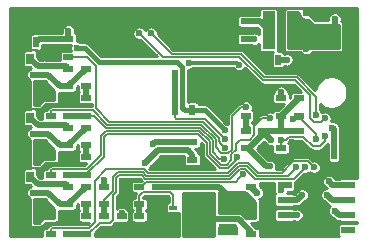
<source format=gbr>
G04 #@! TF.GenerationSoftware,KiCad,Pcbnew,(5.1.5)-3*
G04 #@! TF.CreationDate,2020-03-29T22:20:37+02:00*
G04 #@! TF.ProjectId,c3dpb,63336470-622e-46b6-9963-61645f706362,rev?*
G04 #@! TF.SameCoordinates,Original*
G04 #@! TF.FileFunction,Copper,L2,Bot*
G04 #@! TF.FilePolarity,Positive*
%FSLAX46Y46*%
G04 Gerber Fmt 4.6, Leading zero omitted, Abs format (unit mm)*
G04 Created by KiCad (PCBNEW (5.1.5)-3) date 2020-03-29 22:20:37*
%MOMM*%
%LPD*%
G04 APERTURE LIST*
%ADD10R,0.900000X0.500000*%
%ADD11R,0.500000X0.900000*%
%ADD12R,1.700000X0.750000*%
%ADD13R,1.100000X3.200000*%
%ADD14R,0.650000X0.900000*%
%ADD15R,0.650000X0.350000*%
%ADD16R,1.980000X2.450000*%
%ADD17R,0.430000X3.210000*%
%ADD18R,1.250000X0.600000*%
%ADD19C,0.600000*%
%ADD20C,0.500000*%
%ADD21C,0.127000*%
%ADD22C,1.000000*%
%ADD23C,0.300000*%
%ADD24C,0.200000*%
%ADD25C,0.400000*%
%ADD26C,0.600000*%
%ADD27C,0.254000*%
G04 APERTURE END LIST*
D10*
X96250000Y-81250000D03*
X96250000Y-82750000D03*
X97750000Y-81250000D03*
X97750000Y-82750000D03*
X96250000Y-80000000D03*
X96250000Y-78500000D03*
X97750000Y-80000000D03*
X97750000Y-78500000D03*
X93250000Y-90250000D03*
X93250000Y-88750000D03*
D11*
X85750000Y-85500000D03*
X84250000Y-85500000D03*
X99250000Y-89250000D03*
X97750000Y-89250000D03*
D12*
X88750000Y-94250000D03*
X88750000Y-97250000D03*
D10*
X78250000Y-97500000D03*
X78250000Y-96000000D03*
X82750000Y-95000000D03*
X82750000Y-93500000D03*
X94750000Y-87500000D03*
X94750000Y-86000000D03*
D11*
X84250000Y-87000000D03*
X85750000Y-87000000D03*
D10*
X85750000Y-91250000D03*
X85750000Y-89750000D03*
D11*
X99250000Y-90750000D03*
X97750000Y-90750000D03*
D10*
X84250000Y-89750000D03*
X84250000Y-91250000D03*
D13*
X94300000Y-80250000D03*
X92200000Y-80250000D03*
D11*
X85750000Y-84000000D03*
X84250000Y-84000000D03*
D10*
X75250000Y-86000000D03*
X75250000Y-87500000D03*
X76750000Y-87500000D03*
X76750000Y-86000000D03*
D11*
X71000000Y-86250000D03*
X72500000Y-86250000D03*
D10*
X73750000Y-86000000D03*
X73750000Y-87500000D03*
X75250000Y-91000000D03*
X75250000Y-92500000D03*
X76750000Y-92500000D03*
X76750000Y-91000000D03*
D11*
X71000000Y-91250000D03*
X72500000Y-91250000D03*
D10*
X73750000Y-91000000D03*
X73750000Y-92500000D03*
X75250000Y-96000000D03*
X75250000Y-97500000D03*
X76750000Y-97500000D03*
X76750000Y-96000000D03*
D11*
X71000000Y-96250000D03*
X72500000Y-96250000D03*
D10*
X73750000Y-96000000D03*
X73750000Y-97500000D03*
D14*
X72000000Y-82650000D03*
X71050000Y-84850000D03*
X72950000Y-84850000D03*
X72000000Y-87650000D03*
X71050000Y-89850000D03*
X72950000Y-89850000D03*
X72000000Y-92650000D03*
X71050000Y-94850000D03*
X72950000Y-94850000D03*
D10*
X75250000Y-83500000D03*
X75250000Y-85000000D03*
X75250000Y-88500000D03*
X75250000Y-90000000D03*
X75250000Y-93500000D03*
X75250000Y-95000000D03*
X76750000Y-85000000D03*
X76750000Y-83500000D03*
X76750000Y-90000000D03*
X76750000Y-88500000D03*
X76750000Y-95000000D03*
X76750000Y-93500000D03*
D11*
X91500000Y-82750000D03*
X93000000Y-82750000D03*
D15*
X84100000Y-97225000D03*
X84100000Y-96575000D03*
X84100000Y-95925000D03*
X84100000Y-95275000D03*
X86900000Y-95275000D03*
X86900000Y-95925000D03*
X86900000Y-96575000D03*
X86900000Y-97225000D03*
D16*
X85845000Y-96250000D03*
D17*
X85500000Y-96250000D03*
D10*
X90250000Y-79500000D03*
X90250000Y-81000000D03*
D11*
X71000000Y-81250000D03*
X72500000Y-81250000D03*
D10*
X75250000Y-82500000D03*
X75250000Y-81000000D03*
X73750000Y-82500000D03*
X73750000Y-81000000D03*
X81250000Y-97500000D03*
X81250000Y-96000000D03*
X81250000Y-95000000D03*
X81250000Y-93500000D03*
X78250000Y-93500000D03*
X78250000Y-95000000D03*
X93250000Y-86000000D03*
X93250000Y-87500000D03*
X90750000Y-93500000D03*
X90750000Y-95000000D03*
X90250000Y-88750000D03*
X90250000Y-90250000D03*
X90750000Y-97500000D03*
X90750000Y-96000000D03*
X79750000Y-97500000D03*
X79750000Y-96000000D03*
X91750000Y-90250000D03*
X91750000Y-88750000D03*
X94750000Y-90250000D03*
X94750000Y-88750000D03*
X90250000Y-86000000D03*
X90250000Y-87500000D03*
D18*
X98950000Y-97155000D03*
X98950000Y-95885000D03*
X98950000Y-94615000D03*
X98950000Y-93345000D03*
X93550000Y-93345000D03*
X93550000Y-94615000D03*
X93550000Y-95885000D03*
X93550000Y-97155000D03*
D19*
X72250000Y-94000000D03*
X72250000Y-89000000D03*
X72250000Y-84000000D03*
X89250000Y-96950000D03*
X88250000Y-96950000D03*
X87000000Y-91650000D03*
X79750000Y-93000000D03*
X82600000Y-95550000D03*
X83250000Y-80500000D03*
X84250000Y-80500000D03*
X85250000Y-80500000D03*
X92500000Y-97150000D03*
X86750000Y-85750000D03*
X83300000Y-95550000D03*
X83300000Y-94500000D03*
X82600000Y-94500000D03*
X84850000Y-91250000D03*
X98800000Y-90800000D03*
X98800000Y-89500000D03*
X94150000Y-89740500D03*
X92250000Y-95600000D03*
X89150000Y-86100000D03*
X87500000Y-83700000D03*
X91850000Y-85200000D03*
X87000000Y-80500000D03*
X87050000Y-81500000D03*
X96167079Y-90800000D03*
X95250000Y-83200000D03*
X89000000Y-80500000D03*
X99300000Y-83500000D03*
X98350000Y-82500000D03*
X99150000Y-88450000D03*
X99150000Y-92350000D03*
X96850000Y-91850000D03*
X97500000Y-97050000D03*
X92450000Y-94400000D03*
X99300000Y-80250000D03*
X99300000Y-82050000D03*
X96750000Y-83600000D03*
X93250000Y-78750000D03*
X95350000Y-78800000D03*
X88000000Y-86900000D03*
X90800000Y-82200000D03*
X92250000Y-82750000D03*
X76000000Y-81750000D03*
X92284336Y-91784336D03*
X94250000Y-88750000D03*
X93250000Y-93800000D03*
X92400038Y-89500000D03*
X97600000Y-88500000D03*
X88500000Y-88724183D03*
X81750000Y-91500000D03*
X85450000Y-83000000D03*
X97800000Y-79300000D03*
X97800000Y-81200000D03*
X95400000Y-81800000D03*
X89691129Y-83158871D03*
X90450000Y-88599982D03*
X81250000Y-80500000D03*
X96950010Y-87700000D03*
X82250000Y-80500000D03*
X96200000Y-87423759D03*
X93250000Y-85500000D03*
X91250000Y-94000000D03*
X94250012Y-87750000D03*
X96200000Y-89450000D03*
X93250000Y-89500000D03*
X96976665Y-89227534D03*
X97131430Y-94195859D03*
X97797042Y-95565513D03*
X97306532Y-93050000D03*
X75250000Y-80300000D03*
X94600000Y-95900000D03*
X95050000Y-94200000D03*
X85250000Y-95500000D03*
X86250000Y-95500000D03*
X78250000Y-92950000D03*
X88250000Y-95500000D03*
X89250000Y-95500000D03*
X73200000Y-93300000D03*
X73200000Y-88300000D03*
X76750000Y-90500000D03*
X76750000Y-95500000D03*
X94550000Y-91850000D03*
X92350028Y-87700000D03*
X90005400Y-92457100D03*
X96050000Y-91850000D03*
X73200000Y-83300000D03*
X76750000Y-85500000D03*
X79750000Y-95750000D03*
X91000000Y-79500000D03*
X91000000Y-81000000D03*
X95300000Y-91850000D03*
X89555079Y-90962665D03*
X93750000Y-82750000D03*
X90300000Y-86750000D03*
X88446749Y-91159221D03*
X88500000Y-89451196D03*
X88500000Y-90178209D03*
X82397104Y-89896782D03*
D20*
X73550000Y-94000000D02*
X72250000Y-94000000D01*
X75250000Y-95000000D02*
X74550000Y-95000000D01*
X74550000Y-95000000D02*
X73550000Y-94000000D01*
X73500000Y-89000000D02*
X72250000Y-89000000D01*
X75250000Y-90000000D02*
X74500000Y-90000000D01*
X74500000Y-90000000D02*
X73500000Y-89000000D01*
X73550000Y-84000000D02*
X72250000Y-84000000D01*
X75250000Y-85000000D02*
X74550000Y-85000000D01*
X74550000Y-85000000D02*
X73550000Y-84000000D01*
X75250000Y-85000000D02*
X76750000Y-83500000D01*
X75250000Y-90000000D02*
X76750000Y-88500000D01*
X75250000Y-95000000D02*
X76750000Y-93500000D01*
X88250000Y-96950000D02*
X89250000Y-96950000D01*
D21*
X71050000Y-86200000D02*
X71000000Y-86250000D01*
X71050000Y-84850000D02*
X71050000Y-86200000D01*
X71000000Y-89800000D02*
X71050000Y-89850000D01*
X71000000Y-86250000D02*
X71000000Y-89800000D01*
X71050000Y-91200000D02*
X71000000Y-91250000D01*
X71050000Y-89850000D02*
X71050000Y-91200000D01*
X71000000Y-94800000D02*
X71050000Y-94850000D01*
X71000000Y-91250000D02*
X71000000Y-94800000D01*
X71050000Y-96200000D02*
X71000000Y-96250000D01*
X71050000Y-94850000D02*
X71050000Y-96200000D01*
X71050000Y-81300000D02*
X71000000Y-81250000D01*
X71050000Y-84850000D02*
X71050000Y-81300000D01*
D22*
X71000000Y-81250000D02*
X71000000Y-96250000D01*
D20*
X78250000Y-97500000D02*
X81250000Y-97500000D01*
D21*
X71063501Y-81890501D02*
X71000000Y-81827000D01*
X71000000Y-81827000D02*
X71000000Y-81250000D01*
X72563501Y-81890501D02*
X71063501Y-81890501D01*
X73173000Y-82500000D02*
X72563501Y-81890501D01*
X73750000Y-82500000D02*
X73173000Y-82500000D01*
X81827000Y-97500000D02*
X81250000Y-97500000D01*
X82073000Y-97500000D02*
X81827000Y-97500000D01*
X83648000Y-95925000D02*
X82073000Y-97500000D01*
X84100000Y-95925000D02*
X83648000Y-95925000D01*
X82077000Y-97500000D02*
X81500000Y-97500000D01*
X83000000Y-96577000D02*
X82077000Y-97500000D01*
X83000000Y-95000000D02*
X83000000Y-96577000D01*
X83000000Y-95000000D02*
X83200000Y-95000000D01*
X80390501Y-97436499D02*
X80327000Y-97500000D01*
X80327000Y-97500000D02*
X79750000Y-97500000D01*
X79750000Y-93000000D02*
X80390501Y-93640501D01*
X80390501Y-93640501D02*
X80390501Y-97436499D01*
D20*
X82200000Y-97500000D02*
X82750000Y-96950000D01*
X81250000Y-97500000D02*
X82200000Y-97500000D01*
X83825000Y-97500000D02*
X84100000Y-97225000D01*
X81250000Y-97500000D02*
X83825000Y-97500000D01*
X82750000Y-96950000D02*
X82750000Y-95550000D01*
X82750000Y-95550000D02*
X82750000Y-95000000D01*
D21*
X84100000Y-95925000D02*
X84100000Y-96575000D01*
X84100000Y-96575000D02*
X84100000Y-97225000D01*
X84250000Y-80500000D02*
X83250000Y-80500000D01*
X85250000Y-80500000D02*
X84250000Y-80500000D01*
X93550000Y-97155000D02*
X92505000Y-97155000D01*
X92505000Y-97155000D02*
X92500000Y-97150000D01*
X71000000Y-80673000D02*
X71000000Y-81250000D01*
X82000000Y-79000000D02*
X72673000Y-79000000D01*
X83250000Y-80500000D02*
X83250000Y-80250000D01*
X72673000Y-79000000D02*
X71000000Y-80673000D01*
X83250000Y-80250000D02*
X82000000Y-79000000D01*
D23*
X86000000Y-85750000D02*
X85750000Y-85500000D01*
X86750000Y-85750000D02*
X86000000Y-85750000D01*
X85750000Y-85500000D02*
X85750000Y-84000000D01*
D21*
X84250000Y-91250000D02*
X84850000Y-91250000D01*
X99250000Y-89750000D02*
X99250000Y-91250000D01*
D23*
X98800000Y-90200000D02*
X99250000Y-89750000D01*
X98800000Y-90800000D02*
X98800000Y-90200000D01*
X94750000Y-90250000D02*
X94659500Y-90250000D01*
X94659500Y-90250000D02*
X94150000Y-89740500D01*
D21*
X95617079Y-90250000D02*
X96167079Y-90800000D01*
X94750000Y-90250000D02*
X95617079Y-90250000D01*
D24*
X71027001Y-91927001D02*
X71000000Y-91900000D01*
X73149113Y-91709489D02*
X72931601Y-91927001D01*
X74990511Y-91709489D02*
X73149113Y-91709489D01*
X75250000Y-91450000D02*
X74990511Y-91709489D01*
X72931601Y-91927001D02*
X71027001Y-91927001D01*
X71000000Y-91900000D02*
X71000000Y-91250000D01*
X75250000Y-91000000D02*
X75250000Y-91450000D01*
X72931601Y-96927001D02*
X71027001Y-96927001D01*
X75250000Y-96450000D02*
X74990511Y-96709489D01*
X74990511Y-96709489D02*
X73149113Y-96709489D01*
X71000000Y-96900000D02*
X71000000Y-96250000D01*
X71027001Y-96927001D02*
X71000000Y-96900000D01*
X73149113Y-96709489D02*
X72931601Y-96927001D01*
X75250000Y-96000000D02*
X75250000Y-96450000D01*
X75250000Y-86000000D02*
X75250000Y-86450000D01*
X75250000Y-86450000D02*
X74990511Y-86709489D01*
X74990511Y-86709489D02*
X73149113Y-86709489D01*
X72931601Y-86927001D02*
X71027001Y-86927001D01*
X73149113Y-86709489D02*
X72931601Y-86927001D01*
X71000000Y-86900000D02*
X71000000Y-86250000D01*
X71027001Y-86927001D02*
X71000000Y-86900000D01*
D20*
X96250000Y-78500000D02*
X97000000Y-78500000D01*
X99250000Y-82750000D02*
X96250000Y-82750000D01*
X97000000Y-78500000D02*
X98500000Y-78500000D01*
X98500000Y-78500000D02*
X99250000Y-78500000D01*
D21*
X91500000Y-82750000D02*
X91123000Y-82750000D01*
X90800000Y-82427000D02*
X90800000Y-82200000D01*
X91123000Y-82750000D02*
X90800000Y-82427000D01*
X94750000Y-88750000D02*
X94250000Y-88750000D01*
X91750000Y-88750000D02*
X94250000Y-88750000D01*
D20*
X93250000Y-88750000D02*
X94750000Y-88750000D01*
X91750000Y-88750000D02*
X93250000Y-88750000D01*
X93250000Y-87500000D02*
X93250000Y-88750000D01*
X91750000Y-89013750D02*
X91750000Y-88750000D01*
X90250000Y-90250000D02*
X90513750Y-90250000D01*
X90513750Y-90250000D02*
X91750000Y-89013750D01*
D21*
X93250000Y-93645000D02*
X93550000Y-93345000D01*
X93250000Y-93800000D02*
X93250000Y-93645000D01*
D20*
X92100039Y-89200001D02*
X92400038Y-89500000D01*
X91750000Y-88849962D02*
X92100039Y-89200001D01*
X91750000Y-88750000D02*
X91750000Y-88849962D01*
X93250000Y-87500000D02*
X94750000Y-86000000D01*
X97750000Y-89750000D02*
X97750000Y-88650000D01*
X97750000Y-88650000D02*
X97600000Y-88500000D01*
D25*
X77847583Y-82925000D02*
X76672583Y-81750000D01*
X85100000Y-87000000D02*
X84900000Y-86800000D01*
X76424264Y-81750000D02*
X76000000Y-81750000D01*
X85750000Y-87000000D02*
X85100000Y-87000000D01*
X84900000Y-86800000D02*
X84900000Y-83361398D01*
X76672583Y-81750000D02*
X76424264Y-81750000D01*
X84463602Y-82925000D02*
X77847583Y-82925000D01*
X84900000Y-83361398D02*
X84463602Y-82925000D01*
X86775817Y-87000000D02*
X88500000Y-88724183D01*
D20*
X90250000Y-90250000D02*
X90450000Y-90250000D01*
X90450000Y-90250000D02*
X91984336Y-91784336D01*
D25*
X85750000Y-87000000D02*
X86775817Y-87000000D01*
D20*
X91984336Y-91784336D02*
X92284336Y-91784336D01*
X97750000Y-89250000D02*
X97750000Y-90750000D01*
X85750000Y-90800000D02*
X85750000Y-91250000D01*
X85350000Y-90400000D02*
X85750000Y-90800000D01*
X82850000Y-90400000D02*
X85350000Y-90400000D01*
X81750000Y-91500000D02*
X82850000Y-90400000D01*
X97800000Y-79950000D02*
X97750000Y-80000000D01*
X97800000Y-79300000D02*
X97800000Y-79950000D01*
X96250000Y-80000000D02*
X96250000Y-80950000D01*
X96250000Y-80950000D02*
X95699999Y-81500001D01*
X95699999Y-81500001D02*
X95400000Y-81800000D01*
D23*
X85450000Y-83000000D02*
X89532258Y-83000000D01*
X89532258Y-83000000D02*
X89691129Y-83158871D01*
D20*
X90250000Y-87500000D02*
X90250000Y-88750000D01*
D21*
X90400018Y-88599982D02*
X90450000Y-88599982D01*
X90250000Y-88750000D02*
X90400018Y-88599982D01*
X89721934Y-82495989D02*
X91729955Y-84504011D01*
X83245989Y-82495989D02*
X89721934Y-82495989D01*
X81250000Y-80500000D02*
X83245989Y-82495989D01*
X91729955Y-84504011D02*
X94474400Y-84504011D01*
X94474400Y-84504011D02*
X95700000Y-85729611D01*
X95700000Y-85729611D02*
X95700000Y-87649701D01*
X95700000Y-87649701D02*
X96050298Y-87999999D01*
X96050298Y-87999999D02*
X96650011Y-87999999D01*
X96650011Y-87999999D02*
X96950010Y-87700000D01*
X96200000Y-86999495D02*
X96200000Y-87423759D01*
X94579614Y-84250000D02*
X96200000Y-85870386D01*
X91835169Y-84250000D02*
X94579614Y-84250000D01*
X83991978Y-82241978D02*
X89827147Y-82241978D01*
X82250000Y-80500000D02*
X83991978Y-82241978D01*
X96200000Y-85870386D02*
X96200000Y-86999495D01*
X89827147Y-82241978D02*
X91835169Y-84250000D01*
D20*
X93250000Y-85500000D02*
X93250000Y-86000000D01*
X90750000Y-93500000D02*
X91250000Y-94000000D01*
D21*
X94674264Y-87750000D02*
X94250012Y-87750000D01*
D23*
X94500012Y-87500000D02*
X94250012Y-87750000D01*
X94750000Y-87500000D02*
X94500012Y-87500000D01*
D21*
X96200000Y-89025736D02*
X96200000Y-89450000D01*
X94674264Y-87750000D02*
X94924264Y-87750000D01*
X94924264Y-87750000D02*
X96200000Y-89025736D01*
D24*
X93250000Y-90250000D02*
X93250000Y-89500000D01*
D21*
X95124058Y-89250000D02*
X95964559Y-90090501D01*
X93250000Y-89500000D02*
X93674264Y-89500000D01*
X93924264Y-89250000D02*
X95124058Y-89250000D01*
X93674264Y-89500000D02*
X93924264Y-89250000D01*
X95964559Y-90090501D02*
X96537962Y-90090501D01*
X96976665Y-89651798D02*
X96976665Y-89227534D01*
X96537962Y-90090501D02*
X96976665Y-89651798D01*
D20*
X98950000Y-94615000D02*
X97550571Y-94615000D01*
X97550571Y-94615000D02*
X97131430Y-94195859D01*
X97815513Y-95565513D02*
X97797042Y-95565513D01*
X98950000Y-95885000D02*
X98135000Y-95885000D01*
X98135000Y-95885000D02*
X97815513Y-95565513D01*
X98950000Y-93345000D02*
X97601532Y-93345000D01*
X97601532Y-93345000D02*
X97306532Y-93050000D01*
X73750000Y-81000000D02*
X75250000Y-81000000D01*
X72750000Y-81000000D02*
X72500000Y-81250000D01*
X73750000Y-81000000D02*
X72750000Y-81000000D01*
X75250000Y-80300000D02*
X75250000Y-81000000D01*
X94585000Y-95885000D02*
X94600000Y-95900000D01*
X93550000Y-95885000D02*
X94585000Y-95885000D01*
X94635000Y-94615000D02*
X95050000Y-94200000D01*
X93550000Y-94615000D02*
X94635000Y-94615000D01*
D26*
X86250000Y-95845000D02*
X85845000Y-96250000D01*
X86250000Y-95500000D02*
X86250000Y-95845000D01*
D20*
X89653602Y-96250000D02*
X87335000Y-96250000D01*
X90750000Y-97346398D02*
X89653602Y-96250000D01*
X87335000Y-96250000D02*
X85845000Y-96250000D01*
X90750000Y-97500000D02*
X90750000Y-97346398D01*
D21*
X86900000Y-97225000D02*
X86900000Y-96575000D01*
X86900000Y-96575000D02*
X86900000Y-95925000D01*
X86900000Y-95925000D02*
X86900000Y-95275000D01*
X86923000Y-96250000D02*
X87335000Y-96250000D01*
X86900000Y-96227000D02*
X86923000Y-96250000D01*
X86900000Y-95925000D02*
X86900000Y-96227000D01*
D20*
X78250000Y-92950000D02*
X78250000Y-93500000D01*
X90750000Y-95000000D02*
X90750000Y-96000000D01*
X90000000Y-94250000D02*
X90750000Y-95000000D01*
X88750000Y-94250000D02*
X90000000Y-94250000D01*
D26*
X88250000Y-94750000D02*
X88750000Y-94250000D01*
X88250000Y-95500000D02*
X88250000Y-94750000D01*
X89250000Y-94750000D02*
X88750000Y-94250000D01*
X89250000Y-95500000D02*
X89250000Y-94750000D01*
D20*
X88000000Y-93500000D02*
X88750000Y-94250000D01*
X82750000Y-93500000D02*
X88000000Y-93500000D01*
X72650000Y-93300000D02*
X73200000Y-93300000D01*
X72000000Y-92650000D02*
X72650000Y-93300000D01*
X75050000Y-93300000D02*
X73200000Y-93300000D01*
X75250000Y-93500000D02*
X75050000Y-93300000D01*
X75050000Y-88300000D02*
X73200000Y-88300000D01*
X75250000Y-88500000D02*
X75050000Y-88300000D01*
X72650000Y-88300000D02*
X73200000Y-88300000D01*
X72000000Y-87650000D02*
X72650000Y-88300000D01*
D24*
X76750000Y-91000000D02*
X76750000Y-90500000D01*
X76750000Y-90500000D02*
X76750000Y-90000000D01*
D20*
X76750000Y-90000000D02*
X76750000Y-91000000D01*
X76750000Y-95000000D02*
X76750000Y-95500000D01*
X76750000Y-95500000D02*
X76750000Y-96000000D01*
D24*
X72750000Y-91000000D02*
X72500000Y-91250000D01*
X73750000Y-91000000D02*
X72750000Y-91000000D01*
X72950000Y-90800000D02*
X72500000Y-91250000D01*
X72950000Y-89850000D02*
X72950000Y-90800000D01*
D20*
X78250000Y-96000000D02*
X78250000Y-95000000D01*
D21*
X94250001Y-92149999D02*
X94550000Y-91850000D01*
X93848531Y-92551469D02*
X94250001Y-92149999D01*
X79000000Y-93873000D02*
X79000000Y-92664834D01*
X78250000Y-95000000D02*
X78250000Y-94623000D01*
X81860693Y-92551469D02*
X88858119Y-92551469D01*
X89702410Y-91707178D02*
X90342347Y-91707178D01*
X79409346Y-92255488D02*
X81564713Y-92255488D01*
X90342347Y-91707178D02*
X91186638Y-92551469D01*
X79000000Y-92664834D02*
X79409346Y-92255488D01*
X78250000Y-94623000D02*
X79000000Y-93873000D01*
X81564713Y-92255488D02*
X81860693Y-92551469D01*
X88858119Y-92551469D02*
X89702410Y-91707178D01*
X91186638Y-92551469D02*
X93848531Y-92551469D01*
X90640776Y-89500000D02*
X91000000Y-89140776D01*
X86291870Y-88745989D02*
X87204011Y-89658130D01*
X87204011Y-89658130D02*
X87204011Y-90694788D01*
X89450000Y-89850000D02*
X89800000Y-89500000D01*
X78000000Y-90792902D02*
X78000000Y-89190775D01*
X78444786Y-88745989D02*
X86291870Y-88745989D01*
X89450000Y-90374058D02*
X89450000Y-89850000D01*
X78000000Y-89190775D02*
X78444786Y-88745989D01*
X89800000Y-89500000D02*
X90640776Y-89500000D01*
X89059499Y-90764559D02*
X89450000Y-90374058D01*
X91000000Y-89140776D02*
X91000000Y-88350000D01*
X76792902Y-92000000D02*
X78000000Y-90792902D01*
X73873000Y-92000000D02*
X76792902Y-92000000D01*
X89059499Y-91272415D02*
X89059499Y-90764559D01*
X73750000Y-92123000D02*
X73873000Y-92000000D01*
X88682191Y-91649723D02*
X89059499Y-91272415D01*
X73750000Y-92500000D02*
X73750000Y-92123000D01*
X91650000Y-87700000D02*
X91925764Y-87700000D01*
X88158946Y-91649723D02*
X88682191Y-91649723D01*
X91925764Y-87700000D02*
X92350028Y-87700000D01*
X87204011Y-90694788D02*
X88158946Y-91649723D01*
X91000000Y-88350000D02*
X91650000Y-87700000D01*
D20*
X81250000Y-95000000D02*
X81250000Y-96000000D01*
D21*
X81559499Y-93940501D02*
X81250000Y-94250000D01*
X84100000Y-94200000D02*
X83840510Y-93940510D01*
X81250000Y-94250000D02*
X81250000Y-95000000D01*
X84100000Y-95275000D02*
X84100000Y-94200000D01*
X83840510Y-93940510D02*
X82040510Y-93940510D01*
X82040510Y-93940510D02*
X82040501Y-93940501D01*
X82040501Y-93940501D02*
X81559499Y-93940501D01*
X87534490Y-93059490D02*
X87750000Y-93059490D01*
X87534490Y-93059490D02*
X89403010Y-93059490D01*
X89403010Y-93059490D02*
X89705401Y-92757099D01*
X89705401Y-92757099D02*
X90005400Y-92457100D01*
X82567535Y-93059490D02*
X87534490Y-93059490D01*
X81840510Y-93059490D02*
X82567535Y-93059490D01*
X81250000Y-93500000D02*
X81400000Y-93500000D01*
X81400000Y-93500000D02*
X81840510Y-93059490D01*
X95750001Y-91550001D02*
X96050000Y-91850000D01*
X95550000Y-91350000D02*
X95750001Y-91550001D01*
X93358879Y-92297458D02*
X94306337Y-91350000D01*
X91291852Y-92297458D02*
X93358879Y-92297458D01*
X90447561Y-91453167D02*
X91291852Y-92297458D01*
X77500000Y-96511900D02*
X77500000Y-92974058D01*
X73750000Y-97123000D02*
X73873000Y-97000000D01*
X81669928Y-92001478D02*
X81965907Y-92297458D01*
X73873000Y-97000000D02*
X77011900Y-97000000D01*
X94306337Y-91350000D02*
X95550000Y-91350000D01*
X77500000Y-92974058D02*
X78472581Y-92001477D01*
X78472581Y-92001477D02*
X81669928Y-92001478D01*
X77011900Y-97000000D02*
X77500000Y-96511900D01*
X73750000Y-97500000D02*
X73750000Y-97123000D01*
X88752906Y-92297458D02*
X89597196Y-91453167D01*
X81965907Y-92297458D02*
X88752906Y-92297458D01*
X89597196Y-91453167D02*
X90447561Y-91453167D01*
D20*
X75050000Y-83300000D02*
X73200000Y-83300000D01*
X75250000Y-83500000D02*
X75050000Y-83300000D01*
X72650000Y-83300000D02*
X73200000Y-83300000D01*
X72000000Y-82650000D02*
X72650000Y-83300000D01*
X76750000Y-85000000D02*
X76750000Y-85500000D01*
X76750000Y-85500000D02*
X76750000Y-86000000D01*
D21*
X79750000Y-96000000D02*
X79750000Y-95750000D01*
D23*
X90250000Y-79500000D02*
X91000000Y-79500000D01*
X91000000Y-79500000D02*
X91450000Y-79500000D01*
D20*
X91450000Y-79500000D02*
X92200000Y-80250000D01*
X90250000Y-79500000D02*
X91450000Y-79500000D01*
X90250000Y-81000000D02*
X91000000Y-81000000D01*
X75250000Y-97500000D02*
X76750000Y-97500000D01*
D21*
X94344520Y-92805480D02*
X95000001Y-92149999D01*
X91081424Y-92805480D02*
X94344520Y-92805480D01*
X90237133Y-91961189D02*
X91081424Y-92805480D01*
X88963334Y-92805480D02*
X89807625Y-91961189D01*
X79000000Y-96350000D02*
X79000000Y-94232224D01*
X95000001Y-92149999D02*
X95300000Y-91850000D01*
X78800000Y-96550000D02*
X79000000Y-96350000D01*
X77900000Y-96550000D02*
X78800000Y-96550000D01*
X79259499Y-92764559D02*
X79514560Y-92509499D01*
X76750000Y-97500000D02*
X76950000Y-97500000D01*
X89807625Y-91961189D02*
X90237133Y-91961189D01*
X81459499Y-92509499D02*
X81755479Y-92805480D01*
X76950000Y-97500000D02*
X77900000Y-96550000D01*
X79000000Y-94232224D02*
X79259499Y-93972725D01*
X79259499Y-93972725D02*
X79259499Y-92764559D01*
X79514560Y-92509499D02*
X81459499Y-92509499D01*
X81755479Y-92805480D02*
X88963334Y-92805480D01*
D20*
X75250000Y-92500000D02*
X76750000Y-92500000D01*
D21*
X88066242Y-91916244D02*
X88774895Y-91916244D01*
X86950000Y-90800002D02*
X88066242Y-91916244D01*
X89555079Y-91136060D02*
X89555079Y-90962665D01*
X76750000Y-92450000D02*
X78254011Y-90945989D01*
X76750000Y-92500000D02*
X76750000Y-92450000D01*
X78550000Y-89000000D02*
X86186656Y-89000000D01*
X86950000Y-89763344D02*
X86950000Y-90800002D01*
X78254011Y-90945989D02*
X78254011Y-89295989D01*
X88774895Y-91916244D02*
X89555079Y-91136060D01*
X86186656Y-89000000D02*
X86950000Y-89763344D01*
X78254011Y-89295989D02*
X78550000Y-89000000D01*
D20*
X93000000Y-82750000D02*
X93750000Y-82750000D01*
D21*
X89875736Y-86750000D02*
X90300000Y-86750000D01*
X89100000Y-87525736D02*
X89875736Y-86750000D01*
X89100000Y-90364833D02*
X89100000Y-87525736D01*
X87712033Y-89447702D02*
X87712033Y-90169445D01*
X86502298Y-88237967D02*
X87712033Y-89447702D01*
X87712033Y-90169445D02*
X88211307Y-90668719D01*
X88211307Y-90668719D02*
X88796114Y-90668719D01*
X77292902Y-87000000D02*
X78530869Y-88237967D01*
X78530869Y-88237967D02*
X86502298Y-88237967D01*
X73750000Y-87500000D02*
X73750000Y-87123000D01*
X88796114Y-90668719D02*
X89100000Y-90364833D01*
X73750000Y-87123000D02*
X73873000Y-87000000D01*
X73873000Y-87000000D02*
X77292902Y-87000000D01*
D20*
X75250000Y-87500000D02*
X76750000Y-87500000D01*
D21*
X87458022Y-90589574D02*
X88027669Y-91159221D01*
X88027669Y-91159221D02*
X88446749Y-91159221D01*
X78425655Y-88491978D02*
X86397084Y-88491978D01*
X86397084Y-88491978D02*
X87458022Y-89552916D01*
X77433677Y-87500000D02*
X78425655Y-88491978D01*
X76750000Y-87500000D02*
X77433677Y-87500000D01*
X87458022Y-89552916D02*
X87458022Y-90589574D01*
D20*
X84250000Y-84000000D02*
X84250000Y-87000000D01*
D21*
X84250000Y-87000000D02*
X84250000Y-87577000D01*
X84250000Y-87577000D02*
X84402945Y-87729945D01*
X84402945Y-87729945D02*
X86778749Y-87729945D01*
X86778749Y-87729945D02*
X88200001Y-89151197D01*
X88200001Y-89151197D02*
X88500000Y-89451196D01*
X88200001Y-89878210D02*
X88500000Y-90178209D01*
X87966044Y-89644253D02*
X88200001Y-89878210D01*
X86607512Y-87983956D02*
X87966044Y-89342488D01*
X76792902Y-82500000D02*
X77550000Y-83257098D01*
X75250000Y-82500000D02*
X76792902Y-82500000D01*
X77550000Y-83257098D02*
X77550000Y-86850000D01*
X87966044Y-89342488D02*
X87966044Y-89644253D01*
X77550000Y-86850000D02*
X78683956Y-87983956D01*
X78683956Y-87983956D02*
X86607512Y-87983956D01*
D20*
X84250000Y-89750000D02*
X85750000Y-89750000D01*
X84250000Y-89750000D02*
X82543886Y-89750000D01*
X82543886Y-89750000D02*
X82397104Y-89896782D01*
D27*
G36*
X74073000Y-90352606D02*
G01*
X74073000Y-91123000D01*
X73200000Y-91123000D01*
X73175224Y-91125440D01*
X73151399Y-91132667D01*
X73129443Y-91144403D01*
X73110197Y-91160197D01*
X72720393Y-91550001D01*
X72377000Y-91550001D01*
X72377000Y-89563042D01*
X72418305Y-89554826D01*
X72485483Y-89527000D01*
X73247394Y-89527000D01*
X74073000Y-90352606D01*
G37*
X74073000Y-90352606D02*
X74073000Y-91123000D01*
X73200000Y-91123000D01*
X73175224Y-91125440D01*
X73151399Y-91132667D01*
X73129443Y-91144403D01*
X73110197Y-91160197D01*
X72720393Y-91550001D01*
X72377000Y-91550001D01*
X72377000Y-89563042D01*
X72418305Y-89554826D01*
X72485483Y-89527000D01*
X73247394Y-89527000D01*
X74073000Y-90352606D01*
G36*
X74073000Y-95352606D02*
G01*
X74073000Y-96123000D01*
X73200000Y-96123000D01*
X73175224Y-96125440D01*
X73151399Y-96132667D01*
X73129443Y-96144403D01*
X73110197Y-96160197D01*
X72720393Y-96550001D01*
X72377000Y-96550001D01*
X72377000Y-94563042D01*
X72418305Y-94554826D01*
X72485483Y-94527000D01*
X73247394Y-94527000D01*
X74073000Y-95352606D01*
G37*
X74073000Y-95352606D02*
X74073000Y-96123000D01*
X73200000Y-96123000D01*
X73175224Y-96125440D01*
X73151399Y-96132667D01*
X73129443Y-96144403D01*
X73110197Y-96160197D01*
X72720393Y-96550001D01*
X72377000Y-96550001D01*
X72377000Y-94563042D01*
X72418305Y-94554826D01*
X72485483Y-94527000D01*
X73247394Y-94527000D01*
X74073000Y-95352606D01*
G36*
X74073000Y-85352606D02*
G01*
X74073000Y-86123000D01*
X73200000Y-86123000D01*
X73175224Y-86125440D01*
X73151399Y-86132667D01*
X73129443Y-86144403D01*
X73110197Y-86160197D01*
X72720393Y-86550001D01*
X72377000Y-86550001D01*
X72377000Y-84563042D01*
X72418305Y-84554826D01*
X72485483Y-84527000D01*
X73247394Y-84527000D01*
X74073000Y-85352606D01*
G37*
X74073000Y-85352606D02*
X74073000Y-86123000D01*
X73200000Y-86123000D01*
X73175224Y-86125440D01*
X73151399Y-86132667D01*
X73129443Y-86144403D01*
X73110197Y-86160197D01*
X72720393Y-86550001D01*
X72377000Y-86550001D01*
X72377000Y-84563042D01*
X72418305Y-84554826D01*
X72485483Y-84527000D01*
X73247394Y-84527000D01*
X74073000Y-85352606D01*
G36*
X99673000Y-92785264D02*
G01*
X99629301Y-92772008D01*
X99575000Y-92766660D01*
X98325000Y-92766660D01*
X98270699Y-92772008D01*
X98218484Y-92787847D01*
X98170363Y-92813569D01*
X98164964Y-92818000D01*
X97834975Y-92818000D01*
X97817863Y-92776688D01*
X97754717Y-92682184D01*
X97674348Y-92601815D01*
X97579844Y-92538669D01*
X97474837Y-92495174D01*
X97363362Y-92473000D01*
X97249702Y-92473000D01*
X97138227Y-92495174D01*
X97033220Y-92538669D01*
X96938716Y-92601815D01*
X96858347Y-92682184D01*
X96795201Y-92776688D01*
X96751706Y-92881695D01*
X96729532Y-92993170D01*
X96729532Y-93106830D01*
X96751706Y-93218305D01*
X96795201Y-93323312D01*
X96858347Y-93417816D01*
X96938716Y-93498185D01*
X97033220Y-93561331D01*
X97100401Y-93589158D01*
X97130102Y-93618859D01*
X97074600Y-93618859D01*
X96963125Y-93641033D01*
X96858118Y-93684528D01*
X96763614Y-93747674D01*
X96683245Y-93828043D01*
X96620099Y-93922547D01*
X96576604Y-94027554D01*
X96554430Y-94139029D01*
X96554430Y-94252689D01*
X96576604Y-94364164D01*
X96620099Y-94469171D01*
X96683245Y-94563675D01*
X96763614Y-94644044D01*
X96858118Y-94707190D01*
X96925298Y-94735017D01*
X97159620Y-94969339D01*
X97176123Y-94989448D01*
X97256369Y-95055304D01*
X97347921Y-95104239D01*
X97420345Y-95126209D01*
X97348857Y-95197697D01*
X97285711Y-95292201D01*
X97242216Y-95397208D01*
X97220042Y-95508683D01*
X97220042Y-95622343D01*
X97242216Y-95733818D01*
X97285711Y-95838825D01*
X97348857Y-95933329D01*
X97429226Y-96013698D01*
X97523730Y-96076844D01*
X97622442Y-96117732D01*
X97744049Y-96239339D01*
X97760552Y-96259448D01*
X97840798Y-96325304D01*
X97932350Y-96374239D01*
X98031690Y-96404374D01*
X98102327Y-96411331D01*
X98135000Y-96414549D01*
X98160881Y-96412000D01*
X98164964Y-96412000D01*
X98170363Y-96416431D01*
X98218484Y-96442153D01*
X98270699Y-96457992D01*
X98325000Y-96463340D01*
X99575000Y-96463340D01*
X99629301Y-96457992D01*
X99673000Y-96444736D01*
X99673000Y-96595264D01*
X99629301Y-96582008D01*
X99575000Y-96576660D01*
X98325000Y-96576660D01*
X98270699Y-96582008D01*
X98218484Y-96597847D01*
X98170363Y-96623569D01*
X98128184Y-96658184D01*
X98093569Y-96700363D01*
X98067847Y-96748484D01*
X98052008Y-96800699D01*
X98046660Y-96855000D01*
X98046660Y-97455000D01*
X98052008Y-97509301D01*
X98067847Y-97561516D01*
X98093569Y-97609637D01*
X98128184Y-97651816D01*
X98153997Y-97673000D01*
X91478340Y-97673000D01*
X91478340Y-97250000D01*
X91472992Y-97195699D01*
X91457153Y-97143484D01*
X91431431Y-97095363D01*
X91396816Y-97053184D01*
X91354637Y-97018569D01*
X91306516Y-96992847D01*
X91254301Y-96977008D01*
X91200000Y-96971660D01*
X91124095Y-96971660D01*
X91104339Y-96955447D01*
X90677232Y-96528340D01*
X90737725Y-96528340D01*
X90750000Y-96529549D01*
X90762275Y-96528340D01*
X91200000Y-96528340D01*
X91254301Y-96522992D01*
X91306516Y-96507153D01*
X91354637Y-96481431D01*
X91396816Y-96446816D01*
X91431431Y-96404637D01*
X91457153Y-96356516D01*
X91472992Y-96304301D01*
X91478340Y-96250000D01*
X91478340Y-95750000D01*
X91477000Y-95736394D01*
X91477000Y-95585000D01*
X92646660Y-95585000D01*
X92646660Y-96185000D01*
X92652008Y-96239301D01*
X92667847Y-96291516D01*
X92693569Y-96339637D01*
X92728184Y-96381816D01*
X92770363Y-96416431D01*
X92818484Y-96442153D01*
X92870699Y-96457992D01*
X92925000Y-96463340D01*
X94175000Y-96463340D01*
X94229301Y-96457992D01*
X94281516Y-96442153D01*
X94329637Y-96416431D01*
X94332778Y-96413853D01*
X94431695Y-96454826D01*
X94543170Y-96477000D01*
X94656830Y-96477000D01*
X94768305Y-96454826D01*
X94873312Y-96411331D01*
X94967816Y-96348185D01*
X95048185Y-96267816D01*
X95111331Y-96173312D01*
X95154826Y-96068305D01*
X95177000Y-95956830D01*
X95177000Y-95843170D01*
X95154826Y-95731695D01*
X95111331Y-95626688D01*
X95048185Y-95532184D01*
X94967816Y-95451815D01*
X94873312Y-95388669D01*
X94768305Y-95345174D01*
X94656830Y-95323000D01*
X94543170Y-95323000D01*
X94431695Y-95345174D01*
X94400730Y-95358000D01*
X94335036Y-95358000D01*
X94329637Y-95353569D01*
X94281516Y-95327847D01*
X94229301Y-95312008D01*
X94175000Y-95306660D01*
X92925000Y-95306660D01*
X92870699Y-95312008D01*
X92818484Y-95327847D01*
X92770363Y-95353569D01*
X92728184Y-95388184D01*
X92693569Y-95430363D01*
X92667847Y-95478484D01*
X92652008Y-95530699D01*
X92646660Y-95585000D01*
X91477000Y-95585000D01*
X91477000Y-95263606D01*
X91478340Y-95250000D01*
X91478340Y-94750000D01*
X91472992Y-94695699D01*
X91457153Y-94643484D01*
X91431431Y-94595363D01*
X91400990Y-94558270D01*
X91418305Y-94554826D01*
X91523312Y-94511331D01*
X91617816Y-94448185D01*
X91698185Y-94367816D01*
X91761331Y-94273312D01*
X91804826Y-94168305D01*
X91827000Y-94056830D01*
X91827000Y-93943170D01*
X91804826Y-93831695D01*
X91761331Y-93726688D01*
X91698185Y-93632184D01*
X91617816Y-93551815D01*
X91523312Y-93488669D01*
X91478340Y-93470041D01*
X91478340Y-93250000D01*
X91472992Y-93195699D01*
X91457910Y-93145980D01*
X92646660Y-93145980D01*
X92646660Y-93645000D01*
X92652008Y-93699301D01*
X92667847Y-93751516D01*
X92673000Y-93761156D01*
X92673000Y-93856830D01*
X92695174Y-93968305D01*
X92738669Y-94073312D01*
X92754320Y-94096735D01*
X92728184Y-94118184D01*
X92693569Y-94160363D01*
X92667847Y-94208484D01*
X92652008Y-94260699D01*
X92646660Y-94315000D01*
X92646660Y-94915000D01*
X92652008Y-94969301D01*
X92667847Y-95021516D01*
X92693569Y-95069637D01*
X92728184Y-95111816D01*
X92770363Y-95146431D01*
X92818484Y-95172153D01*
X92870699Y-95187992D01*
X92925000Y-95193340D01*
X94175000Y-95193340D01*
X94229301Y-95187992D01*
X94281516Y-95172153D01*
X94329637Y-95146431D01*
X94335036Y-95142000D01*
X94609119Y-95142000D01*
X94635000Y-95144549D01*
X94660881Y-95142000D01*
X94738310Y-95134374D01*
X94837650Y-95104239D01*
X94929202Y-95055304D01*
X95009448Y-94989448D01*
X95025955Y-94969334D01*
X95256133Y-94739157D01*
X95323312Y-94711331D01*
X95417816Y-94648185D01*
X95498185Y-94567816D01*
X95561331Y-94473312D01*
X95604826Y-94368305D01*
X95627000Y-94256830D01*
X95627000Y-94143170D01*
X95604826Y-94031695D01*
X95561331Y-93926688D01*
X95498185Y-93832184D01*
X95417816Y-93751815D01*
X95323312Y-93688669D01*
X95218305Y-93645174D01*
X95106830Y-93623000D01*
X94993170Y-93623000D01*
X94881695Y-93645174D01*
X94776688Y-93688669D01*
X94682184Y-93751815D01*
X94601815Y-93832184D01*
X94538669Y-93926688D01*
X94510843Y-93993867D01*
X94416710Y-94088000D01*
X94335036Y-94088000D01*
X94329637Y-94083569D01*
X94281516Y-94057847D01*
X94229301Y-94042008D01*
X94175000Y-94036660D01*
X93776513Y-94036660D01*
X93804826Y-93968305D01*
X93813770Y-93923340D01*
X94175000Y-93923340D01*
X94229301Y-93917992D01*
X94281516Y-93902153D01*
X94329637Y-93876431D01*
X94371816Y-93841816D01*
X94406431Y-93799637D01*
X94432153Y-93751516D01*
X94447992Y-93699301D01*
X94453340Y-93645000D01*
X94453340Y-93128291D01*
X94475454Y-93121583D01*
X94534607Y-93089965D01*
X94586454Y-93047414D01*
X94597119Y-93034419D01*
X95210948Y-92420591D01*
X95243170Y-92427000D01*
X95356830Y-92427000D01*
X95468305Y-92404826D01*
X95573312Y-92361331D01*
X95667816Y-92298185D01*
X95675000Y-92291001D01*
X95682184Y-92298185D01*
X95776688Y-92361331D01*
X95881695Y-92404826D01*
X95993170Y-92427000D01*
X96106830Y-92427000D01*
X96218305Y-92404826D01*
X96323312Y-92361331D01*
X96417816Y-92298185D01*
X96498185Y-92217816D01*
X96561331Y-92123312D01*
X96604826Y-92018305D01*
X96627000Y-91906830D01*
X96627000Y-91793170D01*
X96604826Y-91681695D01*
X96561331Y-91576688D01*
X96498185Y-91482184D01*
X96417816Y-91401815D01*
X96323312Y-91338669D01*
X96218305Y-91295174D01*
X96106830Y-91273000D01*
X95993170Y-91273000D01*
X95960948Y-91279409D01*
X95802599Y-91121061D01*
X95791934Y-91108066D01*
X95740087Y-91065515D01*
X95680934Y-91033897D01*
X95616750Y-91014427D01*
X95566723Y-91009500D01*
X95566715Y-91009500D01*
X95550000Y-91007854D01*
X95533285Y-91009500D01*
X94323052Y-91009500D01*
X94306337Y-91007854D01*
X94289622Y-91009500D01*
X94289614Y-91009500D01*
X94239587Y-91014427D01*
X94175403Y-91033897D01*
X94116250Y-91065515D01*
X94064403Y-91108066D01*
X94053742Y-91121056D01*
X93217841Y-91956958D01*
X92837374Y-91956958D01*
X92839162Y-91952641D01*
X92861336Y-91841166D01*
X92861336Y-91727506D01*
X92839162Y-91616031D01*
X92795667Y-91511024D01*
X92732521Y-91416520D01*
X92652152Y-91336151D01*
X92557648Y-91273005D01*
X92452641Y-91229510D01*
X92341166Y-91207336D01*
X92227506Y-91207336D01*
X92165050Y-91219759D01*
X91227165Y-90281875D01*
X91831895Y-89677146D01*
X91860880Y-89706132D01*
X91888707Y-89773312D01*
X91951853Y-89867816D01*
X92032222Y-89948185D01*
X92126726Y-90011331D01*
X92231733Y-90054826D01*
X92343208Y-90077000D01*
X92456868Y-90077000D01*
X92521660Y-90064112D01*
X92521660Y-90500000D01*
X92527008Y-90554301D01*
X92542847Y-90606516D01*
X92568569Y-90654637D01*
X92603184Y-90696816D01*
X92645363Y-90731431D01*
X92693484Y-90757153D01*
X92745699Y-90772992D01*
X92800000Y-90778340D01*
X93700000Y-90778340D01*
X93754301Y-90772992D01*
X93806516Y-90757153D01*
X93854637Y-90731431D01*
X93896816Y-90696816D01*
X93931431Y-90654637D01*
X93957153Y-90606516D01*
X93972992Y-90554301D01*
X93978340Y-90500000D01*
X93978340Y-90000000D01*
X93972992Y-89945699D01*
X93957153Y-89893484D01*
X93931431Y-89845363D01*
X93896816Y-89803184D01*
X93869191Y-89780513D01*
X93916198Y-89741934D01*
X93926862Y-89728940D01*
X94065303Y-89590500D01*
X94983020Y-89590500D01*
X95711964Y-90319445D01*
X95722625Y-90332435D01*
X95774472Y-90374986D01*
X95833625Y-90406604D01*
X95897809Y-90426074D01*
X95947836Y-90431001D01*
X95947844Y-90431001D01*
X95964559Y-90432647D01*
X95981274Y-90431001D01*
X96521247Y-90431001D01*
X96537962Y-90432647D01*
X96554677Y-90431001D01*
X96554685Y-90431001D01*
X96604712Y-90426074D01*
X96668896Y-90406604D01*
X96728049Y-90374986D01*
X96779896Y-90332435D01*
X96790561Y-90319440D01*
X97205614Y-89904388D01*
X97218598Y-89893732D01*
X97223000Y-89888368D01*
X97223001Y-90286387D01*
X97221660Y-90300000D01*
X97221660Y-91200000D01*
X97227008Y-91254301D01*
X97242847Y-91306516D01*
X97268569Y-91354637D01*
X97303184Y-91396816D01*
X97345363Y-91431431D01*
X97393484Y-91457153D01*
X97445699Y-91472992D01*
X97500000Y-91478340D01*
X98000000Y-91478340D01*
X98054301Y-91472992D01*
X98106516Y-91457153D01*
X98154637Y-91431431D01*
X98196816Y-91396816D01*
X98231431Y-91354637D01*
X98257153Y-91306516D01*
X98272992Y-91254301D01*
X98278340Y-91200000D01*
X98278340Y-90300000D01*
X98277000Y-90286394D01*
X98277000Y-89713606D01*
X98278340Y-89700000D01*
X98278340Y-88800000D01*
X98277000Y-88786394D01*
X98277000Y-88675880D01*
X98279549Y-88649999D01*
X98269374Y-88546690D01*
X98257657Y-88508066D01*
X98239239Y-88447350D01*
X98190304Y-88355798D01*
X98138830Y-88293076D01*
X98111331Y-88226688D01*
X98048185Y-88132184D01*
X97967816Y-88051815D01*
X97873312Y-87988669D01*
X97768305Y-87945174D01*
X97656830Y-87923000D01*
X97543170Y-87923000D01*
X97476704Y-87936221D01*
X97504836Y-87868305D01*
X97527010Y-87756830D01*
X97527010Y-87643170D01*
X97504836Y-87531695D01*
X97461341Y-87426688D01*
X97398195Y-87332184D01*
X97317826Y-87251815D01*
X97223322Y-87188669D01*
X97118315Y-87145174D01*
X97006840Y-87123000D01*
X96893180Y-87123000D01*
X96781705Y-87145174D01*
X96719773Y-87170827D01*
X96711331Y-87150447D01*
X96648185Y-87055943D01*
X96567816Y-86975574D01*
X96540500Y-86957322D01*
X96540500Y-86487873D01*
X96622213Y-86569586D01*
X96847746Y-86720282D01*
X97098344Y-86824083D01*
X97364377Y-86877000D01*
X97635623Y-86877000D01*
X97901656Y-86824083D01*
X98152254Y-86720282D01*
X98377787Y-86569586D01*
X98569586Y-86377787D01*
X98720282Y-86152254D01*
X98824083Y-85901656D01*
X98877000Y-85635623D01*
X98877000Y-85364377D01*
X98824083Y-85098344D01*
X98720282Y-84847746D01*
X98569586Y-84622213D01*
X98377787Y-84430414D01*
X98152254Y-84279718D01*
X97901656Y-84175917D01*
X97635623Y-84123000D01*
X97364377Y-84123000D01*
X97098344Y-84175917D01*
X96847746Y-84279718D01*
X96622213Y-84430414D01*
X96430414Y-84622213D01*
X96279718Y-84847746D01*
X96175917Y-85098344D01*
X96131715Y-85320562D01*
X94832213Y-84021061D01*
X94821548Y-84008066D01*
X94769701Y-83965515D01*
X94710548Y-83933897D01*
X94646364Y-83914427D01*
X94596337Y-83909500D01*
X94596329Y-83909500D01*
X94579614Y-83907854D01*
X94562899Y-83909500D01*
X91976208Y-83909500D01*
X90079746Y-82013039D01*
X90069081Y-82000044D01*
X90017234Y-81957493D01*
X89958081Y-81925875D01*
X89893897Y-81906405D01*
X89843870Y-81901478D01*
X89843862Y-81901478D01*
X89827147Y-81899832D01*
X89810432Y-81901478D01*
X84133017Y-81901478D01*
X82820591Y-80589052D01*
X82827000Y-80556830D01*
X82827000Y-80443170D01*
X82804826Y-80331695D01*
X82761331Y-80226688D01*
X82698185Y-80132184D01*
X82617816Y-80051815D01*
X82523312Y-79988669D01*
X82418305Y-79945174D01*
X82306830Y-79923000D01*
X82193170Y-79923000D01*
X82081695Y-79945174D01*
X81976688Y-79988669D01*
X81882184Y-80051815D01*
X81801815Y-80132184D01*
X81750000Y-80209730D01*
X81698185Y-80132184D01*
X81617816Y-80051815D01*
X81523312Y-79988669D01*
X81418305Y-79945174D01*
X81306830Y-79923000D01*
X81193170Y-79923000D01*
X81081695Y-79945174D01*
X80976688Y-79988669D01*
X80882184Y-80051815D01*
X80801815Y-80132184D01*
X80738669Y-80226688D01*
X80695174Y-80331695D01*
X80673000Y-80443170D01*
X80673000Y-80556830D01*
X80695174Y-80668305D01*
X80738669Y-80773312D01*
X80801815Y-80867816D01*
X80882184Y-80948185D01*
X80976688Y-81011331D01*
X81081695Y-81054826D01*
X81193170Y-81077000D01*
X81306830Y-81077000D01*
X81339052Y-81070591D01*
X82716460Y-82448000D01*
X78045163Y-82448000D01*
X77026438Y-81429276D01*
X77011504Y-81411079D01*
X76938872Y-81351471D01*
X76856006Y-81307178D01*
X76766091Y-81279903D01*
X76696006Y-81273000D01*
X76695998Y-81273000D01*
X76672583Y-81270694D01*
X76649168Y-81273000D01*
X76324692Y-81273000D01*
X76273312Y-81238669D01*
X76168305Y-81195174D01*
X76056830Y-81173000D01*
X75978340Y-81173000D01*
X75978340Y-80750000D01*
X75972992Y-80695699D01*
X75957153Y-80643484D01*
X75931431Y-80595363D01*
X75896816Y-80553184D01*
X75854637Y-80518569D01*
X75806516Y-80492847D01*
X75795984Y-80489652D01*
X75804826Y-80468305D01*
X75827000Y-80356830D01*
X75827000Y-80243170D01*
X75804826Y-80131695D01*
X75761331Y-80026688D01*
X75698185Y-79932184D01*
X75617816Y-79851815D01*
X75523312Y-79788669D01*
X75418305Y-79745174D01*
X75306830Y-79723000D01*
X75193170Y-79723000D01*
X75081695Y-79745174D01*
X74976688Y-79788669D01*
X74882184Y-79851815D01*
X74801815Y-79932184D01*
X74738669Y-80026688D01*
X74695174Y-80131695D01*
X74673000Y-80243170D01*
X74673000Y-80356830D01*
X74695174Y-80468305D01*
X74697119Y-80473000D01*
X74213606Y-80473000D01*
X74200000Y-80471660D01*
X73300000Y-80471660D01*
X73286394Y-80473000D01*
X72775877Y-80473000D01*
X72749999Y-80470451D01*
X72724121Y-80473000D01*
X72724119Y-80473000D01*
X72646690Y-80480626D01*
X72547350Y-80510761D01*
X72526959Y-80521660D01*
X72250000Y-80521660D01*
X72195699Y-80527008D01*
X72143484Y-80542847D01*
X72095363Y-80568569D01*
X72053184Y-80603184D01*
X72018569Y-80645363D01*
X71992847Y-80693484D01*
X71977008Y-80745699D01*
X71971660Y-80800000D01*
X71971660Y-81237725D01*
X71970451Y-81250000D01*
X71971660Y-81262275D01*
X71971660Y-81700000D01*
X71977008Y-81754301D01*
X71992847Y-81806516D01*
X72018569Y-81854637D01*
X72053184Y-81896816D01*
X72083457Y-81921660D01*
X71675000Y-81921660D01*
X71620699Y-81927008D01*
X71568484Y-81942847D01*
X71520363Y-81968569D01*
X71478184Y-82003184D01*
X71443569Y-82045363D01*
X71417847Y-82093484D01*
X71402008Y-82145699D01*
X71396660Y-82200000D01*
X71396660Y-83100000D01*
X71402008Y-83154301D01*
X71417847Y-83206516D01*
X71443569Y-83254637D01*
X71478184Y-83296816D01*
X71520363Y-83331431D01*
X71568484Y-83357153D01*
X71620699Y-83372992D01*
X71675000Y-83378340D01*
X71983050Y-83378340D01*
X72059201Y-83454491D01*
X71976688Y-83488669D01*
X71882184Y-83551815D01*
X71801815Y-83632184D01*
X71738669Y-83726688D01*
X71695174Y-83831695D01*
X71673000Y-83943170D01*
X71673000Y-84056830D01*
X71695174Y-84168305D01*
X71738669Y-84273312D01*
X71801815Y-84367816D01*
X71882184Y-84448185D01*
X71973000Y-84508867D01*
X71973000Y-85786394D01*
X71971660Y-85800000D01*
X71971660Y-86700000D01*
X71977008Y-86754301D01*
X71992847Y-86806516D01*
X72018569Y-86854637D01*
X72053184Y-86896816D01*
X72083457Y-86921660D01*
X71675000Y-86921660D01*
X71620699Y-86927008D01*
X71568484Y-86942847D01*
X71520363Y-86968569D01*
X71478184Y-87003184D01*
X71443569Y-87045363D01*
X71417847Y-87093484D01*
X71402008Y-87145699D01*
X71396660Y-87200000D01*
X71396660Y-88100000D01*
X71402008Y-88154301D01*
X71417847Y-88206516D01*
X71443569Y-88254637D01*
X71478184Y-88296816D01*
X71520363Y-88331431D01*
X71568484Y-88357153D01*
X71620699Y-88372992D01*
X71675000Y-88378340D01*
X71983050Y-88378340D01*
X72059201Y-88454491D01*
X71976688Y-88488669D01*
X71882184Y-88551815D01*
X71801815Y-88632184D01*
X71738669Y-88726688D01*
X71695174Y-88831695D01*
X71673000Y-88943170D01*
X71673000Y-89056830D01*
X71695174Y-89168305D01*
X71738669Y-89273312D01*
X71801815Y-89367816D01*
X71882184Y-89448185D01*
X71973000Y-89508867D01*
X71973000Y-90786394D01*
X71971660Y-90800000D01*
X71971660Y-91700000D01*
X71977008Y-91754301D01*
X71992847Y-91806516D01*
X72018569Y-91854637D01*
X72053184Y-91896816D01*
X72083457Y-91921660D01*
X71675000Y-91921660D01*
X71620699Y-91927008D01*
X71568484Y-91942847D01*
X71520363Y-91968569D01*
X71478184Y-92003184D01*
X71443569Y-92045363D01*
X71417847Y-92093484D01*
X71402008Y-92145699D01*
X71396660Y-92200000D01*
X71396660Y-93100000D01*
X71402008Y-93154301D01*
X71417847Y-93206516D01*
X71443569Y-93254637D01*
X71478184Y-93296816D01*
X71520363Y-93331431D01*
X71568484Y-93357153D01*
X71620699Y-93372992D01*
X71675000Y-93378340D01*
X71983050Y-93378340D01*
X72059201Y-93454491D01*
X71976688Y-93488669D01*
X71882184Y-93551815D01*
X71801815Y-93632184D01*
X71738669Y-93726688D01*
X71695174Y-93831695D01*
X71673000Y-93943170D01*
X71673000Y-94056830D01*
X71695174Y-94168305D01*
X71738669Y-94273312D01*
X71801815Y-94367816D01*
X71882184Y-94448185D01*
X71973000Y-94508867D01*
X71973000Y-95786394D01*
X71971660Y-95800000D01*
X71971660Y-96700000D01*
X71977008Y-96754301D01*
X71992847Y-96806516D01*
X72018569Y-96854637D01*
X72053184Y-96896816D01*
X72095363Y-96931431D01*
X72143484Y-96957153D01*
X72195699Y-96972992D01*
X72250000Y-96978340D01*
X72750000Y-96978340D01*
X72804301Y-96972992D01*
X72856516Y-96957153D01*
X72904637Y-96931431D01*
X72946816Y-96896816D01*
X72955483Y-96886255D01*
X73313398Y-96528340D01*
X74200000Y-96528340D01*
X74254301Y-96522992D01*
X74306516Y-96507153D01*
X74354637Y-96481431D01*
X74396816Y-96446816D01*
X74431431Y-96404637D01*
X74457153Y-96356516D01*
X74472992Y-96304301D01*
X74478340Y-96250000D01*
X74478340Y-95750000D01*
X74477000Y-95736394D01*
X74477000Y-95522359D01*
X74512758Y-95525881D01*
X74550000Y-95529549D01*
X74575881Y-95527000D01*
X74786394Y-95527000D01*
X74800000Y-95528340D01*
X75237725Y-95528340D01*
X75250000Y-95529549D01*
X75262275Y-95528340D01*
X75700000Y-95528340D01*
X75754301Y-95522992D01*
X75806516Y-95507153D01*
X75854637Y-95481431D01*
X75896816Y-95446816D01*
X75931431Y-95404637D01*
X75957153Y-95356516D01*
X75972992Y-95304301D01*
X75978340Y-95250000D01*
X75978340Y-95016949D01*
X76021660Y-94973629D01*
X76021660Y-95250000D01*
X76027008Y-95304301D01*
X76042847Y-95356516D01*
X76068569Y-95404637D01*
X76103184Y-95446816D01*
X76145363Y-95481431D01*
X76173000Y-95496204D01*
X76173000Y-95503796D01*
X76145363Y-95518569D01*
X76103184Y-95553184D01*
X76068569Y-95595363D01*
X76042847Y-95643484D01*
X76027008Y-95695699D01*
X76021660Y-95750000D01*
X76021660Y-96250000D01*
X76027008Y-96304301D01*
X76042847Y-96356516D01*
X76068569Y-96404637D01*
X76103184Y-96446816D01*
X76145363Y-96481431D01*
X76193484Y-96507153D01*
X76245699Y-96522992D01*
X76300000Y-96528340D01*
X76737725Y-96528340D01*
X76750000Y-96529549D01*
X76762275Y-96528340D01*
X77002021Y-96528340D01*
X76870862Y-96659500D01*
X73889712Y-96659500D01*
X73872999Y-96657854D01*
X73856286Y-96659500D01*
X73856277Y-96659500D01*
X73806250Y-96664427D01*
X73742066Y-96683897D01*
X73682913Y-96715515D01*
X73631066Y-96758066D01*
X73620405Y-96771056D01*
X73521056Y-96870406D01*
X73508067Y-96881066D01*
X73497406Y-96894056D01*
X73465515Y-96932914D01*
X73444805Y-96971660D01*
X73300000Y-96971660D01*
X73245699Y-96977008D01*
X73193484Y-96992847D01*
X73145363Y-97018569D01*
X73103184Y-97053184D01*
X73068569Y-97095363D01*
X73042847Y-97143484D01*
X73027008Y-97195699D01*
X73021660Y-97250000D01*
X73021660Y-97673000D01*
X70327000Y-97673000D01*
X70327000Y-79250000D01*
X89521660Y-79250000D01*
X89521660Y-79750000D01*
X89527008Y-79804301D01*
X89542847Y-79856516D01*
X89568569Y-79904637D01*
X89603184Y-79946816D01*
X89645363Y-79981431D01*
X89693484Y-80007153D01*
X89745699Y-80022992D01*
X89800000Y-80028340D01*
X90700000Y-80028340D01*
X90713606Y-80027000D01*
X90764517Y-80027000D01*
X90831695Y-80054826D01*
X90943170Y-80077000D01*
X91056830Y-80077000D01*
X91168305Y-80054826D01*
X91232816Y-80028105D01*
X91371660Y-80166949D01*
X91371660Y-80555659D01*
X91367816Y-80551815D01*
X91273312Y-80488669D01*
X91168305Y-80445174D01*
X91056830Y-80423000D01*
X90943170Y-80423000D01*
X90831695Y-80445174D01*
X90764517Y-80473000D01*
X90713606Y-80473000D01*
X90700000Y-80471660D01*
X89800000Y-80471660D01*
X89745699Y-80477008D01*
X89693484Y-80492847D01*
X89645363Y-80518569D01*
X89603184Y-80553184D01*
X89568569Y-80595363D01*
X89542847Y-80643484D01*
X89527008Y-80695699D01*
X89521660Y-80750000D01*
X89521660Y-81250000D01*
X89527008Y-81304301D01*
X89542847Y-81356516D01*
X89568569Y-81404637D01*
X89603184Y-81446816D01*
X89645363Y-81481431D01*
X89693484Y-81507153D01*
X89745699Y-81522992D01*
X89800000Y-81528340D01*
X90700000Y-81528340D01*
X90713606Y-81527000D01*
X90764517Y-81527000D01*
X90831695Y-81554826D01*
X90943170Y-81577000D01*
X91056830Y-81577000D01*
X91168305Y-81554826D01*
X91273312Y-81511331D01*
X91367816Y-81448185D01*
X91371660Y-81444341D01*
X91371660Y-81850000D01*
X91377008Y-81904301D01*
X91392847Y-81956516D01*
X91418569Y-82004637D01*
X91453184Y-82046816D01*
X91495363Y-82081431D01*
X91543484Y-82107153D01*
X91595699Y-82122992D01*
X91650000Y-82128340D01*
X92532539Y-82128340D01*
X92518569Y-82145363D01*
X92492847Y-82193484D01*
X92477008Y-82245699D01*
X92471660Y-82300000D01*
X92471660Y-82737725D01*
X92470451Y-82750000D01*
X92471660Y-82762275D01*
X92471660Y-83200000D01*
X92477008Y-83254301D01*
X92492847Y-83306516D01*
X92518569Y-83354637D01*
X92553184Y-83396816D01*
X92595363Y-83431431D01*
X92643484Y-83457153D01*
X92695699Y-83472992D01*
X92750000Y-83478340D01*
X93250000Y-83478340D01*
X93304301Y-83472992D01*
X93356516Y-83457153D01*
X93404637Y-83431431D01*
X93446816Y-83396816D01*
X93481431Y-83354637D01*
X93507153Y-83306516D01*
X93515929Y-83277585D01*
X93581695Y-83304826D01*
X93693170Y-83327000D01*
X93806830Y-83327000D01*
X93918305Y-83304826D01*
X94023312Y-83261331D01*
X94117816Y-83198185D01*
X94198185Y-83117816D01*
X94261331Y-83023312D01*
X94304826Y-82918305D01*
X94327000Y-82806830D01*
X94327000Y-82693170D01*
X94304826Y-82581695D01*
X94261331Y-82476688D01*
X94198185Y-82382184D01*
X94117816Y-82301815D01*
X94023312Y-82238669D01*
X93918305Y-82195174D01*
X93806830Y-82173000D01*
X93693170Y-82173000D01*
X93581695Y-82195174D01*
X93515929Y-82222415D01*
X93507153Y-82193484D01*
X93481431Y-82145363D01*
X93446816Y-82103184D01*
X93404637Y-82068569D01*
X93356516Y-82042847D01*
X93304301Y-82027008D01*
X93250000Y-82021660D01*
X92967461Y-82021660D01*
X92981431Y-82004637D01*
X93007153Y-81956516D01*
X93022992Y-81904301D01*
X93028340Y-81850000D01*
X93028340Y-78650000D01*
X93471660Y-78650000D01*
X93471660Y-81850000D01*
X93477008Y-81904301D01*
X93492847Y-81956516D01*
X93518569Y-82004637D01*
X93553184Y-82046816D01*
X93595363Y-82081431D01*
X93643484Y-82107153D01*
X93695699Y-82122992D01*
X93750000Y-82128340D01*
X94850000Y-82128340D01*
X94863606Y-82127000D01*
X94924542Y-82127000D01*
X94951815Y-82167816D01*
X95032184Y-82248185D01*
X95126688Y-82311331D01*
X95231695Y-82354826D01*
X95343170Y-82377000D01*
X95456830Y-82377000D01*
X95568305Y-82354826D01*
X95673312Y-82311331D01*
X95767816Y-82248185D01*
X95848185Y-82167816D01*
X95875458Y-82127000D01*
X98250000Y-82127000D01*
X98304040Y-82121678D01*
X98356003Y-82105915D01*
X98403893Y-82080317D01*
X98445869Y-82045869D01*
X98480317Y-82003893D01*
X98505915Y-81956003D01*
X98521678Y-81904040D01*
X98527000Y-81850000D01*
X98527000Y-79700000D01*
X98521678Y-79645960D01*
X98505915Y-79593997D01*
X98480317Y-79546107D01*
X98445869Y-79504131D01*
X98403893Y-79469683D01*
X98359294Y-79445844D01*
X98377000Y-79356830D01*
X98377000Y-79243170D01*
X98354826Y-79131695D01*
X98311331Y-79026688D01*
X98248185Y-78932184D01*
X98167816Y-78851815D01*
X98073312Y-78788669D01*
X97968305Y-78745174D01*
X97856830Y-78723000D01*
X97743170Y-78723000D01*
X97631695Y-78745174D01*
X97526688Y-78788669D01*
X97432184Y-78851815D01*
X97351815Y-78932184D01*
X97288669Y-79026688D01*
X97245174Y-79131695D01*
X97223000Y-79243170D01*
X97223000Y-79356830D01*
X97236162Y-79423000D01*
X96164738Y-79423000D01*
X95195869Y-78454131D01*
X95153893Y-78419683D01*
X95106003Y-78394085D01*
X95054040Y-78378322D01*
X95000000Y-78373000D01*
X94863606Y-78373000D01*
X94850000Y-78371660D01*
X93750000Y-78371660D01*
X93695699Y-78377008D01*
X93643484Y-78392847D01*
X93595363Y-78418569D01*
X93553184Y-78453184D01*
X93518569Y-78495363D01*
X93492847Y-78543484D01*
X93477008Y-78595699D01*
X93471660Y-78650000D01*
X93028340Y-78650000D01*
X93022992Y-78595699D01*
X93007153Y-78543484D01*
X92981431Y-78495363D01*
X92946816Y-78453184D01*
X92904637Y-78418569D01*
X92856516Y-78392847D01*
X92804301Y-78377008D01*
X92750000Y-78371660D01*
X91650000Y-78371660D01*
X91595699Y-78377008D01*
X91543484Y-78392847D01*
X91495363Y-78418569D01*
X91453184Y-78453184D01*
X91418569Y-78495363D01*
X91392847Y-78543484D01*
X91377008Y-78595699D01*
X91371660Y-78650000D01*
X91371660Y-78973000D01*
X91235483Y-78973000D01*
X91168305Y-78945174D01*
X91056830Y-78923000D01*
X90943170Y-78923000D01*
X90831695Y-78945174D01*
X90764517Y-78973000D01*
X90713606Y-78973000D01*
X90700000Y-78971660D01*
X89800000Y-78971660D01*
X89745699Y-78977008D01*
X89693484Y-78992847D01*
X89645363Y-79018569D01*
X89603184Y-79053184D01*
X89568569Y-79095363D01*
X89542847Y-79143484D01*
X89527008Y-79195699D01*
X89521660Y-79250000D01*
X70327000Y-79250000D01*
X70327000Y-78327000D01*
X99673001Y-78327000D01*
X99673000Y-92785264D01*
G37*
X99673000Y-92785264D02*
X99629301Y-92772008D01*
X99575000Y-92766660D01*
X98325000Y-92766660D01*
X98270699Y-92772008D01*
X98218484Y-92787847D01*
X98170363Y-92813569D01*
X98164964Y-92818000D01*
X97834975Y-92818000D01*
X97817863Y-92776688D01*
X97754717Y-92682184D01*
X97674348Y-92601815D01*
X97579844Y-92538669D01*
X97474837Y-92495174D01*
X97363362Y-92473000D01*
X97249702Y-92473000D01*
X97138227Y-92495174D01*
X97033220Y-92538669D01*
X96938716Y-92601815D01*
X96858347Y-92682184D01*
X96795201Y-92776688D01*
X96751706Y-92881695D01*
X96729532Y-92993170D01*
X96729532Y-93106830D01*
X96751706Y-93218305D01*
X96795201Y-93323312D01*
X96858347Y-93417816D01*
X96938716Y-93498185D01*
X97033220Y-93561331D01*
X97100401Y-93589158D01*
X97130102Y-93618859D01*
X97074600Y-93618859D01*
X96963125Y-93641033D01*
X96858118Y-93684528D01*
X96763614Y-93747674D01*
X96683245Y-93828043D01*
X96620099Y-93922547D01*
X96576604Y-94027554D01*
X96554430Y-94139029D01*
X96554430Y-94252689D01*
X96576604Y-94364164D01*
X96620099Y-94469171D01*
X96683245Y-94563675D01*
X96763614Y-94644044D01*
X96858118Y-94707190D01*
X96925298Y-94735017D01*
X97159620Y-94969339D01*
X97176123Y-94989448D01*
X97256369Y-95055304D01*
X97347921Y-95104239D01*
X97420345Y-95126209D01*
X97348857Y-95197697D01*
X97285711Y-95292201D01*
X97242216Y-95397208D01*
X97220042Y-95508683D01*
X97220042Y-95622343D01*
X97242216Y-95733818D01*
X97285711Y-95838825D01*
X97348857Y-95933329D01*
X97429226Y-96013698D01*
X97523730Y-96076844D01*
X97622442Y-96117732D01*
X97744049Y-96239339D01*
X97760552Y-96259448D01*
X97840798Y-96325304D01*
X97932350Y-96374239D01*
X98031690Y-96404374D01*
X98102327Y-96411331D01*
X98135000Y-96414549D01*
X98160881Y-96412000D01*
X98164964Y-96412000D01*
X98170363Y-96416431D01*
X98218484Y-96442153D01*
X98270699Y-96457992D01*
X98325000Y-96463340D01*
X99575000Y-96463340D01*
X99629301Y-96457992D01*
X99673000Y-96444736D01*
X99673000Y-96595264D01*
X99629301Y-96582008D01*
X99575000Y-96576660D01*
X98325000Y-96576660D01*
X98270699Y-96582008D01*
X98218484Y-96597847D01*
X98170363Y-96623569D01*
X98128184Y-96658184D01*
X98093569Y-96700363D01*
X98067847Y-96748484D01*
X98052008Y-96800699D01*
X98046660Y-96855000D01*
X98046660Y-97455000D01*
X98052008Y-97509301D01*
X98067847Y-97561516D01*
X98093569Y-97609637D01*
X98128184Y-97651816D01*
X98153997Y-97673000D01*
X91478340Y-97673000D01*
X91478340Y-97250000D01*
X91472992Y-97195699D01*
X91457153Y-97143484D01*
X91431431Y-97095363D01*
X91396816Y-97053184D01*
X91354637Y-97018569D01*
X91306516Y-96992847D01*
X91254301Y-96977008D01*
X91200000Y-96971660D01*
X91124095Y-96971660D01*
X91104339Y-96955447D01*
X90677232Y-96528340D01*
X90737725Y-96528340D01*
X90750000Y-96529549D01*
X90762275Y-96528340D01*
X91200000Y-96528340D01*
X91254301Y-96522992D01*
X91306516Y-96507153D01*
X91354637Y-96481431D01*
X91396816Y-96446816D01*
X91431431Y-96404637D01*
X91457153Y-96356516D01*
X91472992Y-96304301D01*
X91478340Y-96250000D01*
X91478340Y-95750000D01*
X91477000Y-95736394D01*
X91477000Y-95585000D01*
X92646660Y-95585000D01*
X92646660Y-96185000D01*
X92652008Y-96239301D01*
X92667847Y-96291516D01*
X92693569Y-96339637D01*
X92728184Y-96381816D01*
X92770363Y-96416431D01*
X92818484Y-96442153D01*
X92870699Y-96457992D01*
X92925000Y-96463340D01*
X94175000Y-96463340D01*
X94229301Y-96457992D01*
X94281516Y-96442153D01*
X94329637Y-96416431D01*
X94332778Y-96413853D01*
X94431695Y-96454826D01*
X94543170Y-96477000D01*
X94656830Y-96477000D01*
X94768305Y-96454826D01*
X94873312Y-96411331D01*
X94967816Y-96348185D01*
X95048185Y-96267816D01*
X95111331Y-96173312D01*
X95154826Y-96068305D01*
X95177000Y-95956830D01*
X95177000Y-95843170D01*
X95154826Y-95731695D01*
X95111331Y-95626688D01*
X95048185Y-95532184D01*
X94967816Y-95451815D01*
X94873312Y-95388669D01*
X94768305Y-95345174D01*
X94656830Y-95323000D01*
X94543170Y-95323000D01*
X94431695Y-95345174D01*
X94400730Y-95358000D01*
X94335036Y-95358000D01*
X94329637Y-95353569D01*
X94281516Y-95327847D01*
X94229301Y-95312008D01*
X94175000Y-95306660D01*
X92925000Y-95306660D01*
X92870699Y-95312008D01*
X92818484Y-95327847D01*
X92770363Y-95353569D01*
X92728184Y-95388184D01*
X92693569Y-95430363D01*
X92667847Y-95478484D01*
X92652008Y-95530699D01*
X92646660Y-95585000D01*
X91477000Y-95585000D01*
X91477000Y-95263606D01*
X91478340Y-95250000D01*
X91478340Y-94750000D01*
X91472992Y-94695699D01*
X91457153Y-94643484D01*
X91431431Y-94595363D01*
X91400990Y-94558270D01*
X91418305Y-94554826D01*
X91523312Y-94511331D01*
X91617816Y-94448185D01*
X91698185Y-94367816D01*
X91761331Y-94273312D01*
X91804826Y-94168305D01*
X91827000Y-94056830D01*
X91827000Y-93943170D01*
X91804826Y-93831695D01*
X91761331Y-93726688D01*
X91698185Y-93632184D01*
X91617816Y-93551815D01*
X91523312Y-93488669D01*
X91478340Y-93470041D01*
X91478340Y-93250000D01*
X91472992Y-93195699D01*
X91457910Y-93145980D01*
X92646660Y-93145980D01*
X92646660Y-93645000D01*
X92652008Y-93699301D01*
X92667847Y-93751516D01*
X92673000Y-93761156D01*
X92673000Y-93856830D01*
X92695174Y-93968305D01*
X92738669Y-94073312D01*
X92754320Y-94096735D01*
X92728184Y-94118184D01*
X92693569Y-94160363D01*
X92667847Y-94208484D01*
X92652008Y-94260699D01*
X92646660Y-94315000D01*
X92646660Y-94915000D01*
X92652008Y-94969301D01*
X92667847Y-95021516D01*
X92693569Y-95069637D01*
X92728184Y-95111816D01*
X92770363Y-95146431D01*
X92818484Y-95172153D01*
X92870699Y-95187992D01*
X92925000Y-95193340D01*
X94175000Y-95193340D01*
X94229301Y-95187992D01*
X94281516Y-95172153D01*
X94329637Y-95146431D01*
X94335036Y-95142000D01*
X94609119Y-95142000D01*
X94635000Y-95144549D01*
X94660881Y-95142000D01*
X94738310Y-95134374D01*
X94837650Y-95104239D01*
X94929202Y-95055304D01*
X95009448Y-94989448D01*
X95025955Y-94969334D01*
X95256133Y-94739157D01*
X95323312Y-94711331D01*
X95417816Y-94648185D01*
X95498185Y-94567816D01*
X95561331Y-94473312D01*
X95604826Y-94368305D01*
X95627000Y-94256830D01*
X95627000Y-94143170D01*
X95604826Y-94031695D01*
X95561331Y-93926688D01*
X95498185Y-93832184D01*
X95417816Y-93751815D01*
X95323312Y-93688669D01*
X95218305Y-93645174D01*
X95106830Y-93623000D01*
X94993170Y-93623000D01*
X94881695Y-93645174D01*
X94776688Y-93688669D01*
X94682184Y-93751815D01*
X94601815Y-93832184D01*
X94538669Y-93926688D01*
X94510843Y-93993867D01*
X94416710Y-94088000D01*
X94335036Y-94088000D01*
X94329637Y-94083569D01*
X94281516Y-94057847D01*
X94229301Y-94042008D01*
X94175000Y-94036660D01*
X93776513Y-94036660D01*
X93804826Y-93968305D01*
X93813770Y-93923340D01*
X94175000Y-93923340D01*
X94229301Y-93917992D01*
X94281516Y-93902153D01*
X94329637Y-93876431D01*
X94371816Y-93841816D01*
X94406431Y-93799637D01*
X94432153Y-93751516D01*
X94447992Y-93699301D01*
X94453340Y-93645000D01*
X94453340Y-93128291D01*
X94475454Y-93121583D01*
X94534607Y-93089965D01*
X94586454Y-93047414D01*
X94597119Y-93034419D01*
X95210948Y-92420591D01*
X95243170Y-92427000D01*
X95356830Y-92427000D01*
X95468305Y-92404826D01*
X95573312Y-92361331D01*
X95667816Y-92298185D01*
X95675000Y-92291001D01*
X95682184Y-92298185D01*
X95776688Y-92361331D01*
X95881695Y-92404826D01*
X95993170Y-92427000D01*
X96106830Y-92427000D01*
X96218305Y-92404826D01*
X96323312Y-92361331D01*
X96417816Y-92298185D01*
X96498185Y-92217816D01*
X96561331Y-92123312D01*
X96604826Y-92018305D01*
X96627000Y-91906830D01*
X96627000Y-91793170D01*
X96604826Y-91681695D01*
X96561331Y-91576688D01*
X96498185Y-91482184D01*
X96417816Y-91401815D01*
X96323312Y-91338669D01*
X96218305Y-91295174D01*
X96106830Y-91273000D01*
X95993170Y-91273000D01*
X95960948Y-91279409D01*
X95802599Y-91121061D01*
X95791934Y-91108066D01*
X95740087Y-91065515D01*
X95680934Y-91033897D01*
X95616750Y-91014427D01*
X95566723Y-91009500D01*
X95566715Y-91009500D01*
X95550000Y-91007854D01*
X95533285Y-91009500D01*
X94323052Y-91009500D01*
X94306337Y-91007854D01*
X94289622Y-91009500D01*
X94289614Y-91009500D01*
X94239587Y-91014427D01*
X94175403Y-91033897D01*
X94116250Y-91065515D01*
X94064403Y-91108066D01*
X94053742Y-91121056D01*
X93217841Y-91956958D01*
X92837374Y-91956958D01*
X92839162Y-91952641D01*
X92861336Y-91841166D01*
X92861336Y-91727506D01*
X92839162Y-91616031D01*
X92795667Y-91511024D01*
X92732521Y-91416520D01*
X92652152Y-91336151D01*
X92557648Y-91273005D01*
X92452641Y-91229510D01*
X92341166Y-91207336D01*
X92227506Y-91207336D01*
X92165050Y-91219759D01*
X91227165Y-90281875D01*
X91831895Y-89677146D01*
X91860880Y-89706132D01*
X91888707Y-89773312D01*
X91951853Y-89867816D01*
X92032222Y-89948185D01*
X92126726Y-90011331D01*
X92231733Y-90054826D01*
X92343208Y-90077000D01*
X92456868Y-90077000D01*
X92521660Y-90064112D01*
X92521660Y-90500000D01*
X92527008Y-90554301D01*
X92542847Y-90606516D01*
X92568569Y-90654637D01*
X92603184Y-90696816D01*
X92645363Y-90731431D01*
X92693484Y-90757153D01*
X92745699Y-90772992D01*
X92800000Y-90778340D01*
X93700000Y-90778340D01*
X93754301Y-90772992D01*
X93806516Y-90757153D01*
X93854637Y-90731431D01*
X93896816Y-90696816D01*
X93931431Y-90654637D01*
X93957153Y-90606516D01*
X93972992Y-90554301D01*
X93978340Y-90500000D01*
X93978340Y-90000000D01*
X93972992Y-89945699D01*
X93957153Y-89893484D01*
X93931431Y-89845363D01*
X93896816Y-89803184D01*
X93869191Y-89780513D01*
X93916198Y-89741934D01*
X93926862Y-89728940D01*
X94065303Y-89590500D01*
X94983020Y-89590500D01*
X95711964Y-90319445D01*
X95722625Y-90332435D01*
X95774472Y-90374986D01*
X95833625Y-90406604D01*
X95897809Y-90426074D01*
X95947836Y-90431001D01*
X95947844Y-90431001D01*
X95964559Y-90432647D01*
X95981274Y-90431001D01*
X96521247Y-90431001D01*
X96537962Y-90432647D01*
X96554677Y-90431001D01*
X96554685Y-90431001D01*
X96604712Y-90426074D01*
X96668896Y-90406604D01*
X96728049Y-90374986D01*
X96779896Y-90332435D01*
X96790561Y-90319440D01*
X97205614Y-89904388D01*
X97218598Y-89893732D01*
X97223000Y-89888368D01*
X97223001Y-90286387D01*
X97221660Y-90300000D01*
X97221660Y-91200000D01*
X97227008Y-91254301D01*
X97242847Y-91306516D01*
X97268569Y-91354637D01*
X97303184Y-91396816D01*
X97345363Y-91431431D01*
X97393484Y-91457153D01*
X97445699Y-91472992D01*
X97500000Y-91478340D01*
X98000000Y-91478340D01*
X98054301Y-91472992D01*
X98106516Y-91457153D01*
X98154637Y-91431431D01*
X98196816Y-91396816D01*
X98231431Y-91354637D01*
X98257153Y-91306516D01*
X98272992Y-91254301D01*
X98278340Y-91200000D01*
X98278340Y-90300000D01*
X98277000Y-90286394D01*
X98277000Y-89713606D01*
X98278340Y-89700000D01*
X98278340Y-88800000D01*
X98277000Y-88786394D01*
X98277000Y-88675880D01*
X98279549Y-88649999D01*
X98269374Y-88546690D01*
X98257657Y-88508066D01*
X98239239Y-88447350D01*
X98190304Y-88355798D01*
X98138830Y-88293076D01*
X98111331Y-88226688D01*
X98048185Y-88132184D01*
X97967816Y-88051815D01*
X97873312Y-87988669D01*
X97768305Y-87945174D01*
X97656830Y-87923000D01*
X97543170Y-87923000D01*
X97476704Y-87936221D01*
X97504836Y-87868305D01*
X97527010Y-87756830D01*
X97527010Y-87643170D01*
X97504836Y-87531695D01*
X97461341Y-87426688D01*
X97398195Y-87332184D01*
X97317826Y-87251815D01*
X97223322Y-87188669D01*
X97118315Y-87145174D01*
X97006840Y-87123000D01*
X96893180Y-87123000D01*
X96781705Y-87145174D01*
X96719773Y-87170827D01*
X96711331Y-87150447D01*
X96648185Y-87055943D01*
X96567816Y-86975574D01*
X96540500Y-86957322D01*
X96540500Y-86487873D01*
X96622213Y-86569586D01*
X96847746Y-86720282D01*
X97098344Y-86824083D01*
X97364377Y-86877000D01*
X97635623Y-86877000D01*
X97901656Y-86824083D01*
X98152254Y-86720282D01*
X98377787Y-86569586D01*
X98569586Y-86377787D01*
X98720282Y-86152254D01*
X98824083Y-85901656D01*
X98877000Y-85635623D01*
X98877000Y-85364377D01*
X98824083Y-85098344D01*
X98720282Y-84847746D01*
X98569586Y-84622213D01*
X98377787Y-84430414D01*
X98152254Y-84279718D01*
X97901656Y-84175917D01*
X97635623Y-84123000D01*
X97364377Y-84123000D01*
X97098344Y-84175917D01*
X96847746Y-84279718D01*
X96622213Y-84430414D01*
X96430414Y-84622213D01*
X96279718Y-84847746D01*
X96175917Y-85098344D01*
X96131715Y-85320562D01*
X94832213Y-84021061D01*
X94821548Y-84008066D01*
X94769701Y-83965515D01*
X94710548Y-83933897D01*
X94646364Y-83914427D01*
X94596337Y-83909500D01*
X94596329Y-83909500D01*
X94579614Y-83907854D01*
X94562899Y-83909500D01*
X91976208Y-83909500D01*
X90079746Y-82013039D01*
X90069081Y-82000044D01*
X90017234Y-81957493D01*
X89958081Y-81925875D01*
X89893897Y-81906405D01*
X89843870Y-81901478D01*
X89843862Y-81901478D01*
X89827147Y-81899832D01*
X89810432Y-81901478D01*
X84133017Y-81901478D01*
X82820591Y-80589052D01*
X82827000Y-80556830D01*
X82827000Y-80443170D01*
X82804826Y-80331695D01*
X82761331Y-80226688D01*
X82698185Y-80132184D01*
X82617816Y-80051815D01*
X82523312Y-79988669D01*
X82418305Y-79945174D01*
X82306830Y-79923000D01*
X82193170Y-79923000D01*
X82081695Y-79945174D01*
X81976688Y-79988669D01*
X81882184Y-80051815D01*
X81801815Y-80132184D01*
X81750000Y-80209730D01*
X81698185Y-80132184D01*
X81617816Y-80051815D01*
X81523312Y-79988669D01*
X81418305Y-79945174D01*
X81306830Y-79923000D01*
X81193170Y-79923000D01*
X81081695Y-79945174D01*
X80976688Y-79988669D01*
X80882184Y-80051815D01*
X80801815Y-80132184D01*
X80738669Y-80226688D01*
X80695174Y-80331695D01*
X80673000Y-80443170D01*
X80673000Y-80556830D01*
X80695174Y-80668305D01*
X80738669Y-80773312D01*
X80801815Y-80867816D01*
X80882184Y-80948185D01*
X80976688Y-81011331D01*
X81081695Y-81054826D01*
X81193170Y-81077000D01*
X81306830Y-81077000D01*
X81339052Y-81070591D01*
X82716460Y-82448000D01*
X78045163Y-82448000D01*
X77026438Y-81429276D01*
X77011504Y-81411079D01*
X76938872Y-81351471D01*
X76856006Y-81307178D01*
X76766091Y-81279903D01*
X76696006Y-81273000D01*
X76695998Y-81273000D01*
X76672583Y-81270694D01*
X76649168Y-81273000D01*
X76324692Y-81273000D01*
X76273312Y-81238669D01*
X76168305Y-81195174D01*
X76056830Y-81173000D01*
X75978340Y-81173000D01*
X75978340Y-80750000D01*
X75972992Y-80695699D01*
X75957153Y-80643484D01*
X75931431Y-80595363D01*
X75896816Y-80553184D01*
X75854637Y-80518569D01*
X75806516Y-80492847D01*
X75795984Y-80489652D01*
X75804826Y-80468305D01*
X75827000Y-80356830D01*
X75827000Y-80243170D01*
X75804826Y-80131695D01*
X75761331Y-80026688D01*
X75698185Y-79932184D01*
X75617816Y-79851815D01*
X75523312Y-79788669D01*
X75418305Y-79745174D01*
X75306830Y-79723000D01*
X75193170Y-79723000D01*
X75081695Y-79745174D01*
X74976688Y-79788669D01*
X74882184Y-79851815D01*
X74801815Y-79932184D01*
X74738669Y-80026688D01*
X74695174Y-80131695D01*
X74673000Y-80243170D01*
X74673000Y-80356830D01*
X74695174Y-80468305D01*
X74697119Y-80473000D01*
X74213606Y-80473000D01*
X74200000Y-80471660D01*
X73300000Y-80471660D01*
X73286394Y-80473000D01*
X72775877Y-80473000D01*
X72749999Y-80470451D01*
X72724121Y-80473000D01*
X72724119Y-80473000D01*
X72646690Y-80480626D01*
X72547350Y-80510761D01*
X72526959Y-80521660D01*
X72250000Y-80521660D01*
X72195699Y-80527008D01*
X72143484Y-80542847D01*
X72095363Y-80568569D01*
X72053184Y-80603184D01*
X72018569Y-80645363D01*
X71992847Y-80693484D01*
X71977008Y-80745699D01*
X71971660Y-80800000D01*
X71971660Y-81237725D01*
X71970451Y-81250000D01*
X71971660Y-81262275D01*
X71971660Y-81700000D01*
X71977008Y-81754301D01*
X71992847Y-81806516D01*
X72018569Y-81854637D01*
X72053184Y-81896816D01*
X72083457Y-81921660D01*
X71675000Y-81921660D01*
X71620699Y-81927008D01*
X71568484Y-81942847D01*
X71520363Y-81968569D01*
X71478184Y-82003184D01*
X71443569Y-82045363D01*
X71417847Y-82093484D01*
X71402008Y-82145699D01*
X71396660Y-82200000D01*
X71396660Y-83100000D01*
X71402008Y-83154301D01*
X71417847Y-83206516D01*
X71443569Y-83254637D01*
X71478184Y-83296816D01*
X71520363Y-83331431D01*
X71568484Y-83357153D01*
X71620699Y-83372992D01*
X71675000Y-83378340D01*
X71983050Y-83378340D01*
X72059201Y-83454491D01*
X71976688Y-83488669D01*
X71882184Y-83551815D01*
X71801815Y-83632184D01*
X71738669Y-83726688D01*
X71695174Y-83831695D01*
X71673000Y-83943170D01*
X71673000Y-84056830D01*
X71695174Y-84168305D01*
X71738669Y-84273312D01*
X71801815Y-84367816D01*
X71882184Y-84448185D01*
X71973000Y-84508867D01*
X71973000Y-85786394D01*
X71971660Y-85800000D01*
X71971660Y-86700000D01*
X71977008Y-86754301D01*
X71992847Y-86806516D01*
X72018569Y-86854637D01*
X72053184Y-86896816D01*
X72083457Y-86921660D01*
X71675000Y-86921660D01*
X71620699Y-86927008D01*
X71568484Y-86942847D01*
X71520363Y-86968569D01*
X71478184Y-87003184D01*
X71443569Y-87045363D01*
X71417847Y-87093484D01*
X71402008Y-87145699D01*
X71396660Y-87200000D01*
X71396660Y-88100000D01*
X71402008Y-88154301D01*
X71417847Y-88206516D01*
X71443569Y-88254637D01*
X71478184Y-88296816D01*
X71520363Y-88331431D01*
X71568484Y-88357153D01*
X71620699Y-88372992D01*
X71675000Y-88378340D01*
X71983050Y-88378340D01*
X72059201Y-88454491D01*
X71976688Y-88488669D01*
X71882184Y-88551815D01*
X71801815Y-88632184D01*
X71738669Y-88726688D01*
X71695174Y-88831695D01*
X71673000Y-88943170D01*
X71673000Y-89056830D01*
X71695174Y-89168305D01*
X71738669Y-89273312D01*
X71801815Y-89367816D01*
X71882184Y-89448185D01*
X71973000Y-89508867D01*
X71973000Y-90786394D01*
X71971660Y-90800000D01*
X71971660Y-91700000D01*
X71977008Y-91754301D01*
X71992847Y-91806516D01*
X72018569Y-91854637D01*
X72053184Y-91896816D01*
X72083457Y-91921660D01*
X71675000Y-91921660D01*
X71620699Y-91927008D01*
X71568484Y-91942847D01*
X71520363Y-91968569D01*
X71478184Y-92003184D01*
X71443569Y-92045363D01*
X71417847Y-92093484D01*
X71402008Y-92145699D01*
X71396660Y-92200000D01*
X71396660Y-93100000D01*
X71402008Y-93154301D01*
X71417847Y-93206516D01*
X71443569Y-93254637D01*
X71478184Y-93296816D01*
X71520363Y-93331431D01*
X71568484Y-93357153D01*
X71620699Y-93372992D01*
X71675000Y-93378340D01*
X71983050Y-93378340D01*
X72059201Y-93454491D01*
X71976688Y-93488669D01*
X71882184Y-93551815D01*
X71801815Y-93632184D01*
X71738669Y-93726688D01*
X71695174Y-93831695D01*
X71673000Y-93943170D01*
X71673000Y-94056830D01*
X71695174Y-94168305D01*
X71738669Y-94273312D01*
X71801815Y-94367816D01*
X71882184Y-94448185D01*
X71973000Y-94508867D01*
X71973000Y-95786394D01*
X71971660Y-95800000D01*
X71971660Y-96700000D01*
X71977008Y-96754301D01*
X71992847Y-96806516D01*
X72018569Y-96854637D01*
X72053184Y-96896816D01*
X72095363Y-96931431D01*
X72143484Y-96957153D01*
X72195699Y-96972992D01*
X72250000Y-96978340D01*
X72750000Y-96978340D01*
X72804301Y-96972992D01*
X72856516Y-96957153D01*
X72904637Y-96931431D01*
X72946816Y-96896816D01*
X72955483Y-96886255D01*
X73313398Y-96528340D01*
X74200000Y-96528340D01*
X74254301Y-96522992D01*
X74306516Y-96507153D01*
X74354637Y-96481431D01*
X74396816Y-96446816D01*
X74431431Y-96404637D01*
X74457153Y-96356516D01*
X74472992Y-96304301D01*
X74478340Y-96250000D01*
X74478340Y-95750000D01*
X74477000Y-95736394D01*
X74477000Y-95522359D01*
X74512758Y-95525881D01*
X74550000Y-95529549D01*
X74575881Y-95527000D01*
X74786394Y-95527000D01*
X74800000Y-95528340D01*
X75237725Y-95528340D01*
X75250000Y-95529549D01*
X75262275Y-95528340D01*
X75700000Y-95528340D01*
X75754301Y-95522992D01*
X75806516Y-95507153D01*
X75854637Y-95481431D01*
X75896816Y-95446816D01*
X75931431Y-95404637D01*
X75957153Y-95356516D01*
X75972992Y-95304301D01*
X75978340Y-95250000D01*
X75978340Y-95016949D01*
X76021660Y-94973629D01*
X76021660Y-95250000D01*
X76027008Y-95304301D01*
X76042847Y-95356516D01*
X76068569Y-95404637D01*
X76103184Y-95446816D01*
X76145363Y-95481431D01*
X76173000Y-95496204D01*
X76173000Y-95503796D01*
X76145363Y-95518569D01*
X76103184Y-95553184D01*
X76068569Y-95595363D01*
X76042847Y-95643484D01*
X76027008Y-95695699D01*
X76021660Y-95750000D01*
X76021660Y-96250000D01*
X76027008Y-96304301D01*
X76042847Y-96356516D01*
X76068569Y-96404637D01*
X76103184Y-96446816D01*
X76145363Y-96481431D01*
X76193484Y-96507153D01*
X76245699Y-96522992D01*
X76300000Y-96528340D01*
X76737725Y-96528340D01*
X76750000Y-96529549D01*
X76762275Y-96528340D01*
X77002021Y-96528340D01*
X76870862Y-96659500D01*
X73889712Y-96659500D01*
X73872999Y-96657854D01*
X73856286Y-96659500D01*
X73856277Y-96659500D01*
X73806250Y-96664427D01*
X73742066Y-96683897D01*
X73682913Y-96715515D01*
X73631066Y-96758066D01*
X73620405Y-96771056D01*
X73521056Y-96870406D01*
X73508067Y-96881066D01*
X73497406Y-96894056D01*
X73465515Y-96932914D01*
X73444805Y-96971660D01*
X73300000Y-96971660D01*
X73245699Y-96977008D01*
X73193484Y-96992847D01*
X73145363Y-97018569D01*
X73103184Y-97053184D01*
X73068569Y-97095363D01*
X73042847Y-97143484D01*
X73027008Y-97195699D01*
X73021660Y-97250000D01*
X73021660Y-97673000D01*
X70327000Y-97673000D01*
X70327000Y-79250000D01*
X89521660Y-79250000D01*
X89521660Y-79750000D01*
X89527008Y-79804301D01*
X89542847Y-79856516D01*
X89568569Y-79904637D01*
X89603184Y-79946816D01*
X89645363Y-79981431D01*
X89693484Y-80007153D01*
X89745699Y-80022992D01*
X89800000Y-80028340D01*
X90700000Y-80028340D01*
X90713606Y-80027000D01*
X90764517Y-80027000D01*
X90831695Y-80054826D01*
X90943170Y-80077000D01*
X91056830Y-80077000D01*
X91168305Y-80054826D01*
X91232816Y-80028105D01*
X91371660Y-80166949D01*
X91371660Y-80555659D01*
X91367816Y-80551815D01*
X91273312Y-80488669D01*
X91168305Y-80445174D01*
X91056830Y-80423000D01*
X90943170Y-80423000D01*
X90831695Y-80445174D01*
X90764517Y-80473000D01*
X90713606Y-80473000D01*
X90700000Y-80471660D01*
X89800000Y-80471660D01*
X89745699Y-80477008D01*
X89693484Y-80492847D01*
X89645363Y-80518569D01*
X89603184Y-80553184D01*
X89568569Y-80595363D01*
X89542847Y-80643484D01*
X89527008Y-80695699D01*
X89521660Y-80750000D01*
X89521660Y-81250000D01*
X89527008Y-81304301D01*
X89542847Y-81356516D01*
X89568569Y-81404637D01*
X89603184Y-81446816D01*
X89645363Y-81481431D01*
X89693484Y-81507153D01*
X89745699Y-81522992D01*
X89800000Y-81528340D01*
X90700000Y-81528340D01*
X90713606Y-81527000D01*
X90764517Y-81527000D01*
X90831695Y-81554826D01*
X90943170Y-81577000D01*
X91056830Y-81577000D01*
X91168305Y-81554826D01*
X91273312Y-81511331D01*
X91367816Y-81448185D01*
X91371660Y-81444341D01*
X91371660Y-81850000D01*
X91377008Y-81904301D01*
X91392847Y-81956516D01*
X91418569Y-82004637D01*
X91453184Y-82046816D01*
X91495363Y-82081431D01*
X91543484Y-82107153D01*
X91595699Y-82122992D01*
X91650000Y-82128340D01*
X92532539Y-82128340D01*
X92518569Y-82145363D01*
X92492847Y-82193484D01*
X92477008Y-82245699D01*
X92471660Y-82300000D01*
X92471660Y-82737725D01*
X92470451Y-82750000D01*
X92471660Y-82762275D01*
X92471660Y-83200000D01*
X92477008Y-83254301D01*
X92492847Y-83306516D01*
X92518569Y-83354637D01*
X92553184Y-83396816D01*
X92595363Y-83431431D01*
X92643484Y-83457153D01*
X92695699Y-83472992D01*
X92750000Y-83478340D01*
X93250000Y-83478340D01*
X93304301Y-83472992D01*
X93356516Y-83457153D01*
X93404637Y-83431431D01*
X93446816Y-83396816D01*
X93481431Y-83354637D01*
X93507153Y-83306516D01*
X93515929Y-83277585D01*
X93581695Y-83304826D01*
X93693170Y-83327000D01*
X93806830Y-83327000D01*
X93918305Y-83304826D01*
X94023312Y-83261331D01*
X94117816Y-83198185D01*
X94198185Y-83117816D01*
X94261331Y-83023312D01*
X94304826Y-82918305D01*
X94327000Y-82806830D01*
X94327000Y-82693170D01*
X94304826Y-82581695D01*
X94261331Y-82476688D01*
X94198185Y-82382184D01*
X94117816Y-82301815D01*
X94023312Y-82238669D01*
X93918305Y-82195174D01*
X93806830Y-82173000D01*
X93693170Y-82173000D01*
X93581695Y-82195174D01*
X93515929Y-82222415D01*
X93507153Y-82193484D01*
X93481431Y-82145363D01*
X93446816Y-82103184D01*
X93404637Y-82068569D01*
X93356516Y-82042847D01*
X93304301Y-82027008D01*
X93250000Y-82021660D01*
X92967461Y-82021660D01*
X92981431Y-82004637D01*
X93007153Y-81956516D01*
X93022992Y-81904301D01*
X93028340Y-81850000D01*
X93028340Y-78650000D01*
X93471660Y-78650000D01*
X93471660Y-81850000D01*
X93477008Y-81904301D01*
X93492847Y-81956516D01*
X93518569Y-82004637D01*
X93553184Y-82046816D01*
X93595363Y-82081431D01*
X93643484Y-82107153D01*
X93695699Y-82122992D01*
X93750000Y-82128340D01*
X94850000Y-82128340D01*
X94863606Y-82127000D01*
X94924542Y-82127000D01*
X94951815Y-82167816D01*
X95032184Y-82248185D01*
X95126688Y-82311331D01*
X95231695Y-82354826D01*
X95343170Y-82377000D01*
X95456830Y-82377000D01*
X95568305Y-82354826D01*
X95673312Y-82311331D01*
X95767816Y-82248185D01*
X95848185Y-82167816D01*
X95875458Y-82127000D01*
X98250000Y-82127000D01*
X98304040Y-82121678D01*
X98356003Y-82105915D01*
X98403893Y-82080317D01*
X98445869Y-82045869D01*
X98480317Y-82003893D01*
X98505915Y-81956003D01*
X98521678Y-81904040D01*
X98527000Y-81850000D01*
X98527000Y-79700000D01*
X98521678Y-79645960D01*
X98505915Y-79593997D01*
X98480317Y-79546107D01*
X98445869Y-79504131D01*
X98403893Y-79469683D01*
X98359294Y-79445844D01*
X98377000Y-79356830D01*
X98377000Y-79243170D01*
X98354826Y-79131695D01*
X98311331Y-79026688D01*
X98248185Y-78932184D01*
X98167816Y-78851815D01*
X98073312Y-78788669D01*
X97968305Y-78745174D01*
X97856830Y-78723000D01*
X97743170Y-78723000D01*
X97631695Y-78745174D01*
X97526688Y-78788669D01*
X97432184Y-78851815D01*
X97351815Y-78932184D01*
X97288669Y-79026688D01*
X97245174Y-79131695D01*
X97223000Y-79243170D01*
X97223000Y-79356830D01*
X97236162Y-79423000D01*
X96164738Y-79423000D01*
X95195869Y-78454131D01*
X95153893Y-78419683D01*
X95106003Y-78394085D01*
X95054040Y-78378322D01*
X95000000Y-78373000D01*
X94863606Y-78373000D01*
X94850000Y-78371660D01*
X93750000Y-78371660D01*
X93695699Y-78377008D01*
X93643484Y-78392847D01*
X93595363Y-78418569D01*
X93553184Y-78453184D01*
X93518569Y-78495363D01*
X93492847Y-78543484D01*
X93477008Y-78595699D01*
X93471660Y-78650000D01*
X93028340Y-78650000D01*
X93022992Y-78595699D01*
X93007153Y-78543484D01*
X92981431Y-78495363D01*
X92946816Y-78453184D01*
X92904637Y-78418569D01*
X92856516Y-78392847D01*
X92804301Y-78377008D01*
X92750000Y-78371660D01*
X91650000Y-78371660D01*
X91595699Y-78377008D01*
X91543484Y-78392847D01*
X91495363Y-78418569D01*
X91453184Y-78453184D01*
X91418569Y-78495363D01*
X91392847Y-78543484D01*
X91377008Y-78595699D01*
X91371660Y-78650000D01*
X91371660Y-78973000D01*
X91235483Y-78973000D01*
X91168305Y-78945174D01*
X91056830Y-78923000D01*
X90943170Y-78923000D01*
X90831695Y-78945174D01*
X90764517Y-78973000D01*
X90713606Y-78973000D01*
X90700000Y-78971660D01*
X89800000Y-78971660D01*
X89745699Y-78977008D01*
X89693484Y-78992847D01*
X89645363Y-79018569D01*
X89603184Y-79053184D01*
X89568569Y-79095363D01*
X89542847Y-79143484D01*
X89527008Y-79195699D01*
X89521660Y-79250000D01*
X70327000Y-79250000D01*
X70327000Y-78327000D01*
X99673001Y-78327000D01*
X99673000Y-92785264D01*
G36*
X81440120Y-92971660D02*
G01*
X80800000Y-92971660D01*
X80745699Y-92977008D01*
X80693484Y-92992847D01*
X80645363Y-93018569D01*
X80603184Y-93053184D01*
X80568569Y-93095363D01*
X80542847Y-93143484D01*
X80527008Y-93195699D01*
X80521660Y-93250000D01*
X80521660Y-93750000D01*
X80527008Y-93804301D01*
X80542847Y-93856516D01*
X80568569Y-93904637D01*
X80603184Y-93946816D01*
X80645363Y-93981431D01*
X80693484Y-94007153D01*
X80745699Y-94022992D01*
X80800000Y-94028340D01*
X80991428Y-94028340D01*
X80965515Y-94059914D01*
X80933897Y-94119067D01*
X80914427Y-94183251D01*
X80909500Y-94233278D01*
X80909500Y-94233285D01*
X80907854Y-94250000D01*
X80909500Y-94266716D01*
X80909500Y-94471660D01*
X80800000Y-94471660D01*
X80745699Y-94477008D01*
X80693484Y-94492847D01*
X80645363Y-94518569D01*
X80603184Y-94553184D01*
X80568569Y-94595363D01*
X80542847Y-94643484D01*
X80527008Y-94695699D01*
X80521660Y-94750000D01*
X80521660Y-95250000D01*
X80527008Y-95304301D01*
X80542847Y-95356516D01*
X80568569Y-95404637D01*
X80603184Y-95446816D01*
X80645363Y-95481431D01*
X80680102Y-95500000D01*
X80645363Y-95518569D01*
X80603184Y-95553184D01*
X80568569Y-95595363D01*
X80542847Y-95643484D01*
X80527008Y-95695699D01*
X80521660Y-95750000D01*
X80521660Y-96250000D01*
X80527008Y-96304301D01*
X80542847Y-96356516D01*
X80568569Y-96404637D01*
X80603184Y-96446816D01*
X80645363Y-96481431D01*
X80693484Y-96507153D01*
X80745699Y-96522992D01*
X80800000Y-96528340D01*
X81237725Y-96528340D01*
X81250000Y-96529549D01*
X81262275Y-96528340D01*
X81700000Y-96528340D01*
X81754301Y-96522992D01*
X81806516Y-96507153D01*
X81854637Y-96481431D01*
X81896816Y-96446816D01*
X81931431Y-96404637D01*
X81957153Y-96356516D01*
X81972992Y-96304301D01*
X81978340Y-96250000D01*
X81978340Y-95750000D01*
X81972992Y-95695699D01*
X81957153Y-95643484D01*
X81931431Y-95595363D01*
X81896816Y-95553184D01*
X81854637Y-95518569D01*
X81819898Y-95500000D01*
X81854637Y-95481431D01*
X81896816Y-95446816D01*
X81931431Y-95404637D01*
X81957153Y-95356516D01*
X81972992Y-95304301D01*
X81978340Y-95250000D01*
X81978340Y-94750000D01*
X81972992Y-94695699D01*
X81957153Y-94643484D01*
X81931431Y-94595363D01*
X81896816Y-94553184D01*
X81854637Y-94518569D01*
X81806516Y-94492847D01*
X81754301Y-94477008D01*
X81700000Y-94471660D01*
X81590500Y-94471660D01*
X81590500Y-94391039D01*
X81700538Y-94281001D01*
X82023696Y-94281001D01*
X82023787Y-94281010D01*
X82023795Y-94281010D01*
X82040510Y-94282656D01*
X82057225Y-94281010D01*
X83699471Y-94281010D01*
X83759501Y-94341040D01*
X83759500Y-94823187D01*
X83720699Y-94827008D01*
X83668484Y-94842847D01*
X83620363Y-94868569D01*
X83578184Y-94903184D01*
X83543569Y-94945363D01*
X83517847Y-94993484D01*
X83502008Y-95045699D01*
X83496660Y-95100000D01*
X83496660Y-95450000D01*
X83502008Y-95504301D01*
X83517847Y-95556516D01*
X83543569Y-95604637D01*
X83578184Y-95646816D01*
X83620363Y-95681431D01*
X83668484Y-95707153D01*
X83720699Y-95722992D01*
X83775000Y-95728340D01*
X84425000Y-95728340D01*
X84479301Y-95722992D01*
X84531516Y-95707153D01*
X84573000Y-95684979D01*
X84573000Y-97673000D01*
X77478340Y-97673000D01*
X77478340Y-97453198D01*
X78041039Y-96890500D01*
X78783285Y-96890500D01*
X78800000Y-96892146D01*
X78816715Y-96890500D01*
X78816723Y-96890500D01*
X78866750Y-96885573D01*
X78930934Y-96866103D01*
X78990087Y-96834485D01*
X79041934Y-96791934D01*
X79052599Y-96778939D01*
X79228948Y-96602591D01*
X79241933Y-96591934D01*
X79252590Y-96578949D01*
X79252595Y-96578944D01*
X79284485Y-96540087D01*
X79291226Y-96527476D01*
X79300000Y-96528340D01*
X80200000Y-96528340D01*
X80254301Y-96522992D01*
X80306516Y-96507153D01*
X80354637Y-96481431D01*
X80396816Y-96446816D01*
X80431431Y-96404637D01*
X80457153Y-96356516D01*
X80472992Y-96304301D01*
X80478340Y-96250000D01*
X80478340Y-95750000D01*
X80472992Y-95695699D01*
X80457153Y-95643484D01*
X80431431Y-95595363D01*
X80396816Y-95553184D01*
X80354637Y-95518569D01*
X80306516Y-95492847D01*
X80262493Y-95479493D01*
X80261331Y-95476688D01*
X80198185Y-95382184D01*
X80117816Y-95301815D01*
X80023312Y-95238669D01*
X79918305Y-95195174D01*
X79806830Y-95173000D01*
X79693170Y-95173000D01*
X79581695Y-95195174D01*
X79476688Y-95238669D01*
X79382184Y-95301815D01*
X79340500Y-95343499D01*
X79340500Y-94373262D01*
X79488447Y-94225315D01*
X79501432Y-94214659D01*
X79512089Y-94201674D01*
X79512093Y-94201670D01*
X79543984Y-94162812D01*
X79554483Y-94143170D01*
X79575602Y-94103659D01*
X79595072Y-94039475D01*
X79599999Y-93989448D01*
X79599999Y-93989441D01*
X79601645Y-93972726D01*
X79599999Y-93956011D01*
X79599999Y-92905599D01*
X79655599Y-92849999D01*
X81318459Y-92849999D01*
X81440120Y-92971660D01*
G37*
X81440120Y-92971660D02*
X80800000Y-92971660D01*
X80745699Y-92977008D01*
X80693484Y-92992847D01*
X80645363Y-93018569D01*
X80603184Y-93053184D01*
X80568569Y-93095363D01*
X80542847Y-93143484D01*
X80527008Y-93195699D01*
X80521660Y-93250000D01*
X80521660Y-93750000D01*
X80527008Y-93804301D01*
X80542847Y-93856516D01*
X80568569Y-93904637D01*
X80603184Y-93946816D01*
X80645363Y-93981431D01*
X80693484Y-94007153D01*
X80745699Y-94022992D01*
X80800000Y-94028340D01*
X80991428Y-94028340D01*
X80965515Y-94059914D01*
X80933897Y-94119067D01*
X80914427Y-94183251D01*
X80909500Y-94233278D01*
X80909500Y-94233285D01*
X80907854Y-94250000D01*
X80909500Y-94266716D01*
X80909500Y-94471660D01*
X80800000Y-94471660D01*
X80745699Y-94477008D01*
X80693484Y-94492847D01*
X80645363Y-94518569D01*
X80603184Y-94553184D01*
X80568569Y-94595363D01*
X80542847Y-94643484D01*
X80527008Y-94695699D01*
X80521660Y-94750000D01*
X80521660Y-95250000D01*
X80527008Y-95304301D01*
X80542847Y-95356516D01*
X80568569Y-95404637D01*
X80603184Y-95446816D01*
X80645363Y-95481431D01*
X80680102Y-95500000D01*
X80645363Y-95518569D01*
X80603184Y-95553184D01*
X80568569Y-95595363D01*
X80542847Y-95643484D01*
X80527008Y-95695699D01*
X80521660Y-95750000D01*
X80521660Y-96250000D01*
X80527008Y-96304301D01*
X80542847Y-96356516D01*
X80568569Y-96404637D01*
X80603184Y-96446816D01*
X80645363Y-96481431D01*
X80693484Y-96507153D01*
X80745699Y-96522992D01*
X80800000Y-96528340D01*
X81237725Y-96528340D01*
X81250000Y-96529549D01*
X81262275Y-96528340D01*
X81700000Y-96528340D01*
X81754301Y-96522992D01*
X81806516Y-96507153D01*
X81854637Y-96481431D01*
X81896816Y-96446816D01*
X81931431Y-96404637D01*
X81957153Y-96356516D01*
X81972992Y-96304301D01*
X81978340Y-96250000D01*
X81978340Y-95750000D01*
X81972992Y-95695699D01*
X81957153Y-95643484D01*
X81931431Y-95595363D01*
X81896816Y-95553184D01*
X81854637Y-95518569D01*
X81819898Y-95500000D01*
X81854637Y-95481431D01*
X81896816Y-95446816D01*
X81931431Y-95404637D01*
X81957153Y-95356516D01*
X81972992Y-95304301D01*
X81978340Y-95250000D01*
X81978340Y-94750000D01*
X81972992Y-94695699D01*
X81957153Y-94643484D01*
X81931431Y-94595363D01*
X81896816Y-94553184D01*
X81854637Y-94518569D01*
X81806516Y-94492847D01*
X81754301Y-94477008D01*
X81700000Y-94471660D01*
X81590500Y-94471660D01*
X81590500Y-94391039D01*
X81700538Y-94281001D01*
X82023696Y-94281001D01*
X82023787Y-94281010D01*
X82023795Y-94281010D01*
X82040510Y-94282656D01*
X82057225Y-94281010D01*
X83699471Y-94281010D01*
X83759501Y-94341040D01*
X83759500Y-94823187D01*
X83720699Y-94827008D01*
X83668484Y-94842847D01*
X83620363Y-94868569D01*
X83578184Y-94903184D01*
X83543569Y-94945363D01*
X83517847Y-94993484D01*
X83502008Y-95045699D01*
X83496660Y-95100000D01*
X83496660Y-95450000D01*
X83502008Y-95504301D01*
X83517847Y-95556516D01*
X83543569Y-95604637D01*
X83578184Y-95646816D01*
X83620363Y-95681431D01*
X83668484Y-95707153D01*
X83720699Y-95722992D01*
X83775000Y-95728340D01*
X84425000Y-95728340D01*
X84479301Y-95722992D01*
X84531516Y-95707153D01*
X84573000Y-95684979D01*
X84573000Y-97673000D01*
X77478340Y-97673000D01*
X77478340Y-97453198D01*
X78041039Y-96890500D01*
X78783285Y-96890500D01*
X78800000Y-96892146D01*
X78816715Y-96890500D01*
X78816723Y-96890500D01*
X78866750Y-96885573D01*
X78930934Y-96866103D01*
X78990087Y-96834485D01*
X79041934Y-96791934D01*
X79052599Y-96778939D01*
X79228948Y-96602591D01*
X79241933Y-96591934D01*
X79252590Y-96578949D01*
X79252595Y-96578944D01*
X79284485Y-96540087D01*
X79291226Y-96527476D01*
X79300000Y-96528340D01*
X80200000Y-96528340D01*
X80254301Y-96522992D01*
X80306516Y-96507153D01*
X80354637Y-96481431D01*
X80396816Y-96446816D01*
X80431431Y-96404637D01*
X80457153Y-96356516D01*
X80472992Y-96304301D01*
X80478340Y-96250000D01*
X80478340Y-95750000D01*
X80472992Y-95695699D01*
X80457153Y-95643484D01*
X80431431Y-95595363D01*
X80396816Y-95553184D01*
X80354637Y-95518569D01*
X80306516Y-95492847D01*
X80262493Y-95479493D01*
X80261331Y-95476688D01*
X80198185Y-95382184D01*
X80117816Y-95301815D01*
X80023312Y-95238669D01*
X79918305Y-95195174D01*
X79806830Y-95173000D01*
X79693170Y-95173000D01*
X79581695Y-95195174D01*
X79476688Y-95238669D01*
X79382184Y-95301815D01*
X79340500Y-95343499D01*
X79340500Y-94373262D01*
X79488447Y-94225315D01*
X79501432Y-94214659D01*
X79512089Y-94201674D01*
X79512093Y-94201670D01*
X79543984Y-94162812D01*
X79554483Y-94143170D01*
X79575602Y-94103659D01*
X79595072Y-94039475D01*
X79599999Y-93989448D01*
X79599999Y-93989441D01*
X79601645Y-93972726D01*
X79599999Y-93956011D01*
X79599999Y-92905599D01*
X79655599Y-92849999D01*
X81318459Y-92849999D01*
X81440120Y-92971660D01*
G36*
X76021660Y-90250000D02*
G01*
X76027008Y-90304301D01*
X76042847Y-90356516D01*
X76068569Y-90404637D01*
X76103184Y-90446816D01*
X76145363Y-90481431D01*
X76173000Y-90496204D01*
X76173000Y-90503796D01*
X76145363Y-90518569D01*
X76103184Y-90553184D01*
X76068569Y-90595363D01*
X76042847Y-90643484D01*
X76027008Y-90695699D01*
X76021660Y-90750000D01*
X76021660Y-91250000D01*
X76027008Y-91304301D01*
X76042847Y-91356516D01*
X76068569Y-91404637D01*
X76103184Y-91446816D01*
X76145363Y-91481431D01*
X76193484Y-91507153D01*
X76245699Y-91522992D01*
X76300000Y-91528340D01*
X76737725Y-91528340D01*
X76750000Y-91529549D01*
X76762275Y-91528340D01*
X76783024Y-91528340D01*
X76651864Y-91659500D01*
X73889712Y-91659500D01*
X73872999Y-91657854D01*
X73856286Y-91659500D01*
X73856277Y-91659500D01*
X73806250Y-91664427D01*
X73742066Y-91683897D01*
X73682913Y-91715515D01*
X73631066Y-91758066D01*
X73620405Y-91771056D01*
X73521056Y-91870406D01*
X73508067Y-91881066D01*
X73497406Y-91894056D01*
X73465515Y-91932914D01*
X73444805Y-91971660D01*
X73300000Y-91971660D01*
X73245699Y-91977008D01*
X73193484Y-91992847D01*
X73145363Y-92018569D01*
X73103184Y-92053184D01*
X73068569Y-92095363D01*
X73042847Y-92143484D01*
X73027008Y-92195699D01*
X73021660Y-92250000D01*
X73021660Y-92749331D01*
X72964517Y-92773000D01*
X72868290Y-92773000D01*
X72603340Y-92508050D01*
X72603340Y-92200000D01*
X72597992Y-92145699D01*
X72582153Y-92093484D01*
X72556431Y-92045363D01*
X72521816Y-92003184D01*
X72491543Y-91978340D01*
X72750000Y-91978340D01*
X72804301Y-91972992D01*
X72856516Y-91957153D01*
X72904637Y-91931431D01*
X72946816Y-91896816D01*
X72955483Y-91886255D01*
X73313398Y-91528340D01*
X74200000Y-91528340D01*
X74254301Y-91522992D01*
X74306516Y-91507153D01*
X74354637Y-91481431D01*
X74396816Y-91446816D01*
X74431431Y-91404637D01*
X74457153Y-91356516D01*
X74472992Y-91304301D01*
X74478340Y-91250000D01*
X74478340Y-90750000D01*
X74477000Y-90736394D01*
X74477000Y-90527284D01*
X74500000Y-90529549D01*
X74525881Y-90527000D01*
X74786394Y-90527000D01*
X74800000Y-90528340D01*
X75237725Y-90528340D01*
X75250000Y-90529549D01*
X75262275Y-90528340D01*
X75700000Y-90528340D01*
X75754301Y-90522992D01*
X75806516Y-90507153D01*
X75854637Y-90481431D01*
X75896816Y-90446816D01*
X75931431Y-90404637D01*
X75957153Y-90356516D01*
X75972992Y-90304301D01*
X75978340Y-90250000D01*
X75978340Y-90016949D01*
X76021660Y-89973629D01*
X76021660Y-90250000D01*
G37*
X76021660Y-90250000D02*
X76027008Y-90304301D01*
X76042847Y-90356516D01*
X76068569Y-90404637D01*
X76103184Y-90446816D01*
X76145363Y-90481431D01*
X76173000Y-90496204D01*
X76173000Y-90503796D01*
X76145363Y-90518569D01*
X76103184Y-90553184D01*
X76068569Y-90595363D01*
X76042847Y-90643484D01*
X76027008Y-90695699D01*
X76021660Y-90750000D01*
X76021660Y-91250000D01*
X76027008Y-91304301D01*
X76042847Y-91356516D01*
X76068569Y-91404637D01*
X76103184Y-91446816D01*
X76145363Y-91481431D01*
X76193484Y-91507153D01*
X76245699Y-91522992D01*
X76300000Y-91528340D01*
X76737725Y-91528340D01*
X76750000Y-91529549D01*
X76762275Y-91528340D01*
X76783024Y-91528340D01*
X76651864Y-91659500D01*
X73889712Y-91659500D01*
X73872999Y-91657854D01*
X73856286Y-91659500D01*
X73856277Y-91659500D01*
X73806250Y-91664427D01*
X73742066Y-91683897D01*
X73682913Y-91715515D01*
X73631066Y-91758066D01*
X73620405Y-91771056D01*
X73521056Y-91870406D01*
X73508067Y-91881066D01*
X73497406Y-91894056D01*
X73465515Y-91932914D01*
X73444805Y-91971660D01*
X73300000Y-91971660D01*
X73245699Y-91977008D01*
X73193484Y-91992847D01*
X73145363Y-92018569D01*
X73103184Y-92053184D01*
X73068569Y-92095363D01*
X73042847Y-92143484D01*
X73027008Y-92195699D01*
X73021660Y-92250000D01*
X73021660Y-92749331D01*
X72964517Y-92773000D01*
X72868290Y-92773000D01*
X72603340Y-92508050D01*
X72603340Y-92200000D01*
X72597992Y-92145699D01*
X72582153Y-92093484D01*
X72556431Y-92045363D01*
X72521816Y-92003184D01*
X72491543Y-91978340D01*
X72750000Y-91978340D01*
X72804301Y-91972992D01*
X72856516Y-91957153D01*
X72904637Y-91931431D01*
X72946816Y-91896816D01*
X72955483Y-91886255D01*
X73313398Y-91528340D01*
X74200000Y-91528340D01*
X74254301Y-91522992D01*
X74306516Y-91507153D01*
X74354637Y-91481431D01*
X74396816Y-91446816D01*
X74431431Y-91404637D01*
X74457153Y-91356516D01*
X74472992Y-91304301D01*
X74478340Y-91250000D01*
X74478340Y-90750000D01*
X74477000Y-90736394D01*
X74477000Y-90527284D01*
X74500000Y-90529549D01*
X74525881Y-90527000D01*
X74786394Y-90527000D01*
X74800000Y-90528340D01*
X75237725Y-90528340D01*
X75250000Y-90529549D01*
X75262275Y-90528340D01*
X75700000Y-90528340D01*
X75754301Y-90522992D01*
X75806516Y-90507153D01*
X75854637Y-90481431D01*
X75896816Y-90446816D01*
X75931431Y-90404637D01*
X75957153Y-90356516D01*
X75972992Y-90304301D01*
X75978340Y-90250000D01*
X75978340Y-90016949D01*
X76021660Y-89973629D01*
X76021660Y-90250000D01*
G36*
X86609500Y-89904384D02*
G01*
X86609501Y-90783277D01*
X86607854Y-90800002D01*
X86614427Y-90866751D01*
X86633898Y-90930936D01*
X86665515Y-90990088D01*
X86689650Y-91019495D01*
X86708067Y-91041936D01*
X86721056Y-91052596D01*
X87625416Y-91956958D01*
X82106947Y-91956958D01*
X82106042Y-91956053D01*
X82117816Y-91948185D01*
X82198185Y-91867816D01*
X82261331Y-91773312D01*
X82289158Y-91706131D01*
X83068290Y-90927000D01*
X85032680Y-90927000D01*
X85027008Y-90945699D01*
X85021660Y-91000000D01*
X85021660Y-91500000D01*
X85027008Y-91554301D01*
X85042847Y-91606516D01*
X85068569Y-91654637D01*
X85103184Y-91696816D01*
X85145363Y-91731431D01*
X85193484Y-91757153D01*
X85245699Y-91772992D01*
X85300000Y-91778340D01*
X85737725Y-91778340D01*
X85750000Y-91779549D01*
X85762275Y-91778340D01*
X86200000Y-91778340D01*
X86254301Y-91772992D01*
X86306516Y-91757153D01*
X86354637Y-91731431D01*
X86396816Y-91696816D01*
X86431431Y-91654637D01*
X86457153Y-91606516D01*
X86472992Y-91554301D01*
X86478340Y-91500000D01*
X86478340Y-91000000D01*
X86472992Y-90945699D01*
X86457153Y-90893484D01*
X86431431Y-90845363D01*
X86396816Y-90803184D01*
X86354637Y-90768569D01*
X86306516Y-90742847D01*
X86272916Y-90732655D01*
X86269374Y-90696690D01*
X86239239Y-90597350D01*
X86190304Y-90505798D01*
X86124448Y-90425552D01*
X86104339Y-90409049D01*
X85973630Y-90278340D01*
X86200000Y-90278340D01*
X86254301Y-90272992D01*
X86306516Y-90257153D01*
X86354637Y-90231431D01*
X86396816Y-90196816D01*
X86431431Y-90154637D01*
X86457153Y-90106516D01*
X86472992Y-90054301D01*
X86478340Y-90000000D01*
X86478340Y-89773223D01*
X86609500Y-89904384D01*
G37*
X86609500Y-89904384D02*
X86609501Y-90783277D01*
X86607854Y-90800002D01*
X86614427Y-90866751D01*
X86633898Y-90930936D01*
X86665515Y-90990088D01*
X86689650Y-91019495D01*
X86708067Y-91041936D01*
X86721056Y-91052596D01*
X87625416Y-91956958D01*
X82106947Y-91956958D01*
X82106042Y-91956053D01*
X82117816Y-91948185D01*
X82198185Y-91867816D01*
X82261331Y-91773312D01*
X82289158Y-91706131D01*
X83068290Y-90927000D01*
X85032680Y-90927000D01*
X85027008Y-90945699D01*
X85021660Y-91000000D01*
X85021660Y-91500000D01*
X85027008Y-91554301D01*
X85042847Y-91606516D01*
X85068569Y-91654637D01*
X85103184Y-91696816D01*
X85145363Y-91731431D01*
X85193484Y-91757153D01*
X85245699Y-91772992D01*
X85300000Y-91778340D01*
X85737725Y-91778340D01*
X85750000Y-91779549D01*
X85762275Y-91778340D01*
X86200000Y-91778340D01*
X86254301Y-91772992D01*
X86306516Y-91757153D01*
X86354637Y-91731431D01*
X86396816Y-91696816D01*
X86431431Y-91654637D01*
X86457153Y-91606516D01*
X86472992Y-91554301D01*
X86478340Y-91500000D01*
X86478340Y-91000000D01*
X86472992Y-90945699D01*
X86457153Y-90893484D01*
X86431431Y-90845363D01*
X86396816Y-90803184D01*
X86354637Y-90768569D01*
X86306516Y-90742847D01*
X86272916Y-90732655D01*
X86269374Y-90696690D01*
X86239239Y-90597350D01*
X86190304Y-90505798D01*
X86124448Y-90425552D01*
X86104339Y-90409049D01*
X85973630Y-90278340D01*
X86200000Y-90278340D01*
X86254301Y-90272992D01*
X86306516Y-90257153D01*
X86354637Y-90231431D01*
X86396816Y-90196816D01*
X86431431Y-90154637D01*
X86457153Y-90106516D01*
X86472992Y-90054301D01*
X86478340Y-90000000D01*
X86478340Y-89773223D01*
X86609500Y-89904384D01*
G36*
X89179798Y-83432183D02*
G01*
X89242944Y-83526687D01*
X89323313Y-83607056D01*
X89417817Y-83670202D01*
X89522824Y-83713697D01*
X89634299Y-83735871D01*
X89747959Y-83735871D01*
X89859434Y-83713697D01*
X89964441Y-83670202D01*
X90058945Y-83607056D01*
X90139314Y-83526687D01*
X90192097Y-83447692D01*
X91477365Y-84732961D01*
X91488021Y-84745945D01*
X91501005Y-84756601D01*
X91501009Y-84756605D01*
X91525870Y-84777008D01*
X91539868Y-84788496D01*
X91599021Y-84820114D01*
X91663205Y-84839584D01*
X91713232Y-84844511D01*
X91713241Y-84844511D01*
X91729954Y-84846157D01*
X91746667Y-84844511D01*
X94333362Y-84844511D01*
X94960510Y-85471660D01*
X94762273Y-85471660D01*
X94749999Y-85470451D01*
X94737725Y-85471660D01*
X94300000Y-85471660D01*
X94245699Y-85477008D01*
X94193484Y-85492847D01*
X94145363Y-85518569D01*
X94103184Y-85553184D01*
X94068569Y-85595363D01*
X94042847Y-85643484D01*
X94027008Y-85695699D01*
X94021660Y-85750000D01*
X94021660Y-85983050D01*
X93978340Y-86026370D01*
X93978340Y-85750000D01*
X93972992Y-85695699D01*
X93957153Y-85643484D01*
X93931431Y-85595363D01*
X93896816Y-85553184D01*
X93854637Y-85518569D01*
X93827000Y-85503796D01*
X93827000Y-85443170D01*
X93804826Y-85331695D01*
X93761331Y-85226688D01*
X93698185Y-85132184D01*
X93617816Y-85051815D01*
X93523312Y-84988669D01*
X93418305Y-84945174D01*
X93306830Y-84923000D01*
X93193170Y-84923000D01*
X93081695Y-84945174D01*
X92976688Y-84988669D01*
X92882184Y-85051815D01*
X92801815Y-85132184D01*
X92738669Y-85226688D01*
X92695174Y-85331695D01*
X92673000Y-85443170D01*
X92673000Y-85503796D01*
X92645363Y-85518569D01*
X92603184Y-85553184D01*
X92568569Y-85595363D01*
X92542847Y-85643484D01*
X92527008Y-85695699D01*
X92521660Y-85750000D01*
X92521660Y-86250000D01*
X92527008Y-86304301D01*
X92542847Y-86356516D01*
X92568569Y-86404637D01*
X92603184Y-86446816D01*
X92645363Y-86481431D01*
X92693484Y-86507153D01*
X92745699Y-86522992D01*
X92800000Y-86528340D01*
X93237725Y-86528340D01*
X93250000Y-86529549D01*
X93262275Y-86528340D01*
X93476371Y-86528340D01*
X93033051Y-86971660D01*
X92800000Y-86971660D01*
X92745699Y-86977008D01*
X92693484Y-86992847D01*
X92645363Y-87018569D01*
X92603184Y-87053184D01*
X92568569Y-87095363D01*
X92542847Y-87143484D01*
X92539655Y-87154006D01*
X92518333Y-87145174D01*
X92406858Y-87123000D01*
X92293198Y-87123000D01*
X92181723Y-87145174D01*
X92076716Y-87188669D01*
X91982212Y-87251815D01*
X91901843Y-87332184D01*
X91883591Y-87359500D01*
X91666715Y-87359500D01*
X91650000Y-87357854D01*
X91633285Y-87359500D01*
X91633277Y-87359500D01*
X91583250Y-87364427D01*
X91519065Y-87383897D01*
X91459913Y-87415515D01*
X91408066Y-87458066D01*
X91397405Y-87471056D01*
X90777000Y-88091462D01*
X90777000Y-88016106D01*
X90806516Y-88007153D01*
X90854637Y-87981431D01*
X90896816Y-87946816D01*
X90931431Y-87904637D01*
X90957153Y-87856516D01*
X90972992Y-87804301D01*
X90978340Y-87750000D01*
X90978340Y-87250000D01*
X90972992Y-87195699D01*
X90957153Y-87143484D01*
X90931431Y-87095363D01*
X90896816Y-87053184D01*
X90854637Y-87018569D01*
X90820790Y-87000477D01*
X90854826Y-86918305D01*
X90877000Y-86806830D01*
X90877000Y-86693170D01*
X90854826Y-86581695D01*
X90811331Y-86476688D01*
X90748185Y-86382184D01*
X90667816Y-86301815D01*
X90573312Y-86238669D01*
X90468305Y-86195174D01*
X90356830Y-86173000D01*
X90243170Y-86173000D01*
X90131695Y-86195174D01*
X90026688Y-86238669D01*
X89932184Y-86301815D01*
X89851815Y-86382184D01*
X89831770Y-86412183D01*
X89808986Y-86414427D01*
X89744802Y-86433897D01*
X89693948Y-86461079D01*
X89685649Y-86465515D01*
X89646790Y-86497406D01*
X89646786Y-86497410D01*
X89633802Y-86508066D01*
X89623146Y-86521050D01*
X88871056Y-87273142D01*
X88858067Y-87283802D01*
X88847406Y-87296792D01*
X88815515Y-87335650D01*
X88783898Y-87394802D01*
X88764427Y-87458987D01*
X88757854Y-87525736D01*
X88759501Y-87542461D01*
X88759501Y-88207131D01*
X88668305Y-88169357D01*
X88607698Y-88157301D01*
X87129672Y-86679276D01*
X87114738Y-86661079D01*
X87042106Y-86601471D01*
X86959240Y-86557178D01*
X86869325Y-86529903D01*
X86799240Y-86523000D01*
X86799232Y-86523000D01*
X86775817Y-86520694D01*
X86752402Y-86523000D01*
X86275681Y-86523000D01*
X86272992Y-86495699D01*
X86257153Y-86443484D01*
X86231431Y-86395363D01*
X86196816Y-86353184D01*
X86154637Y-86318569D01*
X86106516Y-86292847D01*
X86054301Y-86277008D01*
X86000000Y-86271660D01*
X85500000Y-86271660D01*
X85445699Y-86277008D01*
X85393484Y-86292847D01*
X85377000Y-86301658D01*
X85377000Y-83573784D01*
X85393170Y-83577000D01*
X85506830Y-83577000D01*
X85618305Y-83554826D01*
X85723312Y-83511331D01*
X85817816Y-83448185D01*
X85839001Y-83427000D01*
X89177651Y-83427000D01*
X89179798Y-83432183D01*
G37*
X89179798Y-83432183D02*
X89242944Y-83526687D01*
X89323313Y-83607056D01*
X89417817Y-83670202D01*
X89522824Y-83713697D01*
X89634299Y-83735871D01*
X89747959Y-83735871D01*
X89859434Y-83713697D01*
X89964441Y-83670202D01*
X90058945Y-83607056D01*
X90139314Y-83526687D01*
X90192097Y-83447692D01*
X91477365Y-84732961D01*
X91488021Y-84745945D01*
X91501005Y-84756601D01*
X91501009Y-84756605D01*
X91525870Y-84777008D01*
X91539868Y-84788496D01*
X91599021Y-84820114D01*
X91663205Y-84839584D01*
X91713232Y-84844511D01*
X91713241Y-84844511D01*
X91729954Y-84846157D01*
X91746667Y-84844511D01*
X94333362Y-84844511D01*
X94960510Y-85471660D01*
X94762273Y-85471660D01*
X94749999Y-85470451D01*
X94737725Y-85471660D01*
X94300000Y-85471660D01*
X94245699Y-85477008D01*
X94193484Y-85492847D01*
X94145363Y-85518569D01*
X94103184Y-85553184D01*
X94068569Y-85595363D01*
X94042847Y-85643484D01*
X94027008Y-85695699D01*
X94021660Y-85750000D01*
X94021660Y-85983050D01*
X93978340Y-86026370D01*
X93978340Y-85750000D01*
X93972992Y-85695699D01*
X93957153Y-85643484D01*
X93931431Y-85595363D01*
X93896816Y-85553184D01*
X93854637Y-85518569D01*
X93827000Y-85503796D01*
X93827000Y-85443170D01*
X93804826Y-85331695D01*
X93761331Y-85226688D01*
X93698185Y-85132184D01*
X93617816Y-85051815D01*
X93523312Y-84988669D01*
X93418305Y-84945174D01*
X93306830Y-84923000D01*
X93193170Y-84923000D01*
X93081695Y-84945174D01*
X92976688Y-84988669D01*
X92882184Y-85051815D01*
X92801815Y-85132184D01*
X92738669Y-85226688D01*
X92695174Y-85331695D01*
X92673000Y-85443170D01*
X92673000Y-85503796D01*
X92645363Y-85518569D01*
X92603184Y-85553184D01*
X92568569Y-85595363D01*
X92542847Y-85643484D01*
X92527008Y-85695699D01*
X92521660Y-85750000D01*
X92521660Y-86250000D01*
X92527008Y-86304301D01*
X92542847Y-86356516D01*
X92568569Y-86404637D01*
X92603184Y-86446816D01*
X92645363Y-86481431D01*
X92693484Y-86507153D01*
X92745699Y-86522992D01*
X92800000Y-86528340D01*
X93237725Y-86528340D01*
X93250000Y-86529549D01*
X93262275Y-86528340D01*
X93476371Y-86528340D01*
X93033051Y-86971660D01*
X92800000Y-86971660D01*
X92745699Y-86977008D01*
X92693484Y-86992847D01*
X92645363Y-87018569D01*
X92603184Y-87053184D01*
X92568569Y-87095363D01*
X92542847Y-87143484D01*
X92539655Y-87154006D01*
X92518333Y-87145174D01*
X92406858Y-87123000D01*
X92293198Y-87123000D01*
X92181723Y-87145174D01*
X92076716Y-87188669D01*
X91982212Y-87251815D01*
X91901843Y-87332184D01*
X91883591Y-87359500D01*
X91666715Y-87359500D01*
X91650000Y-87357854D01*
X91633285Y-87359500D01*
X91633277Y-87359500D01*
X91583250Y-87364427D01*
X91519065Y-87383897D01*
X91459913Y-87415515D01*
X91408066Y-87458066D01*
X91397405Y-87471056D01*
X90777000Y-88091462D01*
X90777000Y-88016106D01*
X90806516Y-88007153D01*
X90854637Y-87981431D01*
X90896816Y-87946816D01*
X90931431Y-87904637D01*
X90957153Y-87856516D01*
X90972992Y-87804301D01*
X90978340Y-87750000D01*
X90978340Y-87250000D01*
X90972992Y-87195699D01*
X90957153Y-87143484D01*
X90931431Y-87095363D01*
X90896816Y-87053184D01*
X90854637Y-87018569D01*
X90820790Y-87000477D01*
X90854826Y-86918305D01*
X90877000Y-86806830D01*
X90877000Y-86693170D01*
X90854826Y-86581695D01*
X90811331Y-86476688D01*
X90748185Y-86382184D01*
X90667816Y-86301815D01*
X90573312Y-86238669D01*
X90468305Y-86195174D01*
X90356830Y-86173000D01*
X90243170Y-86173000D01*
X90131695Y-86195174D01*
X90026688Y-86238669D01*
X89932184Y-86301815D01*
X89851815Y-86382184D01*
X89831770Y-86412183D01*
X89808986Y-86414427D01*
X89744802Y-86433897D01*
X89693948Y-86461079D01*
X89685649Y-86465515D01*
X89646790Y-86497406D01*
X89646786Y-86497410D01*
X89633802Y-86508066D01*
X89623146Y-86521050D01*
X88871056Y-87273142D01*
X88858067Y-87283802D01*
X88847406Y-87296792D01*
X88815515Y-87335650D01*
X88783898Y-87394802D01*
X88764427Y-87458987D01*
X88757854Y-87525736D01*
X88759501Y-87542461D01*
X88759501Y-88207131D01*
X88668305Y-88169357D01*
X88607698Y-88157301D01*
X87129672Y-86679276D01*
X87114738Y-86661079D01*
X87042106Y-86601471D01*
X86959240Y-86557178D01*
X86869325Y-86529903D01*
X86799240Y-86523000D01*
X86799232Y-86523000D01*
X86775817Y-86520694D01*
X86752402Y-86523000D01*
X86275681Y-86523000D01*
X86272992Y-86495699D01*
X86257153Y-86443484D01*
X86231431Y-86395363D01*
X86196816Y-86353184D01*
X86154637Y-86318569D01*
X86106516Y-86292847D01*
X86054301Y-86277008D01*
X86000000Y-86271660D01*
X85500000Y-86271660D01*
X85445699Y-86277008D01*
X85393484Y-86292847D01*
X85377000Y-86301658D01*
X85377000Y-83573784D01*
X85393170Y-83577000D01*
X85506830Y-83577000D01*
X85618305Y-83554826D01*
X85723312Y-83511331D01*
X85817816Y-83448185D01*
X85839001Y-83427000D01*
X89177651Y-83427000D01*
X89179798Y-83432183D01*
G36*
X76021660Y-85250000D02*
G01*
X76027008Y-85304301D01*
X76042847Y-85356516D01*
X76068569Y-85404637D01*
X76103184Y-85446816D01*
X76145363Y-85481431D01*
X76173000Y-85496204D01*
X76173000Y-85503796D01*
X76145363Y-85518569D01*
X76103184Y-85553184D01*
X76068569Y-85595363D01*
X76042847Y-85643484D01*
X76027008Y-85695699D01*
X76021660Y-85750000D01*
X76021660Y-86250000D01*
X76027008Y-86304301D01*
X76042847Y-86356516D01*
X76068569Y-86404637D01*
X76103184Y-86446816D01*
X76145363Y-86481431D01*
X76193484Y-86507153D01*
X76245699Y-86522992D01*
X76300000Y-86528340D01*
X76737725Y-86528340D01*
X76750000Y-86529549D01*
X76762275Y-86528340D01*
X77200000Y-86528340D01*
X77209501Y-86527404D01*
X77209501Y-86659500D01*
X73889712Y-86659500D01*
X73872999Y-86657854D01*
X73856286Y-86659500D01*
X73856277Y-86659500D01*
X73806250Y-86664427D01*
X73742066Y-86683897D01*
X73682913Y-86715515D01*
X73631066Y-86758066D01*
X73620405Y-86771057D01*
X73521056Y-86870406D01*
X73508067Y-86881066D01*
X73497406Y-86894056D01*
X73465515Y-86932914D01*
X73444805Y-86971660D01*
X73300000Y-86971660D01*
X73245699Y-86977008D01*
X73193484Y-86992847D01*
X73145363Y-87018569D01*
X73103184Y-87053184D01*
X73068569Y-87095363D01*
X73042847Y-87143484D01*
X73027008Y-87195699D01*
X73021660Y-87250000D01*
X73021660Y-87749331D01*
X72964517Y-87773000D01*
X72868290Y-87773000D01*
X72603340Y-87508050D01*
X72603340Y-87200000D01*
X72597992Y-87145699D01*
X72582153Y-87093484D01*
X72556431Y-87045363D01*
X72521816Y-87003184D01*
X72491543Y-86978340D01*
X72750000Y-86978340D01*
X72804301Y-86972992D01*
X72856516Y-86957153D01*
X72904637Y-86931431D01*
X72946816Y-86896816D01*
X72955483Y-86886255D01*
X73313398Y-86528340D01*
X74200000Y-86528340D01*
X74254301Y-86522992D01*
X74306516Y-86507153D01*
X74354637Y-86481431D01*
X74396816Y-86446816D01*
X74431431Y-86404637D01*
X74457153Y-86356516D01*
X74472992Y-86304301D01*
X74478340Y-86250000D01*
X74478340Y-85750000D01*
X74477000Y-85736394D01*
X74477000Y-85522359D01*
X74512758Y-85525881D01*
X74550000Y-85529549D01*
X74575881Y-85527000D01*
X74786394Y-85527000D01*
X74800000Y-85528340D01*
X75237725Y-85528340D01*
X75250000Y-85529549D01*
X75262275Y-85528340D01*
X75700000Y-85528340D01*
X75754301Y-85522992D01*
X75806516Y-85507153D01*
X75854637Y-85481431D01*
X75896816Y-85446816D01*
X75931431Y-85404637D01*
X75957153Y-85356516D01*
X75972992Y-85304301D01*
X75978340Y-85250000D01*
X75978340Y-85016949D01*
X76021660Y-84973629D01*
X76021660Y-85250000D01*
G37*
X76021660Y-85250000D02*
X76027008Y-85304301D01*
X76042847Y-85356516D01*
X76068569Y-85404637D01*
X76103184Y-85446816D01*
X76145363Y-85481431D01*
X76173000Y-85496204D01*
X76173000Y-85503796D01*
X76145363Y-85518569D01*
X76103184Y-85553184D01*
X76068569Y-85595363D01*
X76042847Y-85643484D01*
X76027008Y-85695699D01*
X76021660Y-85750000D01*
X76021660Y-86250000D01*
X76027008Y-86304301D01*
X76042847Y-86356516D01*
X76068569Y-86404637D01*
X76103184Y-86446816D01*
X76145363Y-86481431D01*
X76193484Y-86507153D01*
X76245699Y-86522992D01*
X76300000Y-86528340D01*
X76737725Y-86528340D01*
X76750000Y-86529549D01*
X76762275Y-86528340D01*
X77200000Y-86528340D01*
X77209501Y-86527404D01*
X77209501Y-86659500D01*
X73889712Y-86659500D01*
X73872999Y-86657854D01*
X73856286Y-86659500D01*
X73856277Y-86659500D01*
X73806250Y-86664427D01*
X73742066Y-86683897D01*
X73682913Y-86715515D01*
X73631066Y-86758066D01*
X73620405Y-86771057D01*
X73521056Y-86870406D01*
X73508067Y-86881066D01*
X73497406Y-86894056D01*
X73465515Y-86932914D01*
X73444805Y-86971660D01*
X73300000Y-86971660D01*
X73245699Y-86977008D01*
X73193484Y-86992847D01*
X73145363Y-87018569D01*
X73103184Y-87053184D01*
X73068569Y-87095363D01*
X73042847Y-87143484D01*
X73027008Y-87195699D01*
X73021660Y-87250000D01*
X73021660Y-87749331D01*
X72964517Y-87773000D01*
X72868290Y-87773000D01*
X72603340Y-87508050D01*
X72603340Y-87200000D01*
X72597992Y-87145699D01*
X72582153Y-87093484D01*
X72556431Y-87045363D01*
X72521816Y-87003184D01*
X72491543Y-86978340D01*
X72750000Y-86978340D01*
X72804301Y-86972992D01*
X72856516Y-86957153D01*
X72904637Y-86931431D01*
X72946816Y-86896816D01*
X72955483Y-86886255D01*
X73313398Y-86528340D01*
X74200000Y-86528340D01*
X74254301Y-86522992D01*
X74306516Y-86507153D01*
X74354637Y-86481431D01*
X74396816Y-86446816D01*
X74431431Y-86404637D01*
X74457153Y-86356516D01*
X74472992Y-86304301D01*
X74478340Y-86250000D01*
X74478340Y-85750000D01*
X74477000Y-85736394D01*
X74477000Y-85522359D01*
X74512758Y-85525881D01*
X74550000Y-85529549D01*
X74575881Y-85527000D01*
X74786394Y-85527000D01*
X74800000Y-85528340D01*
X75237725Y-85528340D01*
X75250000Y-85529549D01*
X75262275Y-85528340D01*
X75700000Y-85528340D01*
X75754301Y-85522992D01*
X75806516Y-85507153D01*
X75854637Y-85481431D01*
X75896816Y-85446816D01*
X75931431Y-85404637D01*
X75957153Y-85356516D01*
X75972992Y-85304301D01*
X75978340Y-85250000D01*
X75978340Y-85016949D01*
X76021660Y-84973629D01*
X76021660Y-85250000D01*
G36*
X73300000Y-81528340D02*
G01*
X74200000Y-81528340D01*
X74213606Y-81527000D01*
X74786394Y-81527000D01*
X74800000Y-81528340D01*
X75237725Y-81528340D01*
X75250000Y-81529549D01*
X75262275Y-81528340D01*
X75467274Y-81528340D01*
X75445174Y-81581695D01*
X75423000Y-81693170D01*
X75423000Y-81806830D01*
X75445174Y-81918305D01*
X75467274Y-81971660D01*
X74800000Y-81971660D01*
X74745699Y-81977008D01*
X74693484Y-81992847D01*
X74645363Y-82018569D01*
X74603184Y-82053184D01*
X74568569Y-82095363D01*
X74542847Y-82143484D01*
X74527008Y-82195699D01*
X74521660Y-82250000D01*
X74521660Y-82750000D01*
X74523925Y-82773000D01*
X73435483Y-82773000D01*
X73368305Y-82745174D01*
X73256830Y-82723000D01*
X73143170Y-82723000D01*
X73031695Y-82745174D01*
X72964517Y-82773000D01*
X72868290Y-82773000D01*
X72603340Y-82508050D01*
X72603340Y-82200000D01*
X72597992Y-82145699D01*
X72582153Y-82093484D01*
X72556431Y-82045363D01*
X72521816Y-82003184D01*
X72491543Y-81978340D01*
X72750000Y-81978340D01*
X72804301Y-81972992D01*
X72856516Y-81957153D01*
X72904637Y-81931431D01*
X72946816Y-81896816D01*
X72981431Y-81854637D01*
X73007153Y-81806516D01*
X73022992Y-81754301D01*
X73028340Y-81700000D01*
X73028340Y-81527000D01*
X73286394Y-81527000D01*
X73300000Y-81528340D01*
G37*
X73300000Y-81528340D02*
X74200000Y-81528340D01*
X74213606Y-81527000D01*
X74786394Y-81527000D01*
X74800000Y-81528340D01*
X75237725Y-81528340D01*
X75250000Y-81529549D01*
X75262275Y-81528340D01*
X75467274Y-81528340D01*
X75445174Y-81581695D01*
X75423000Y-81693170D01*
X75423000Y-81806830D01*
X75445174Y-81918305D01*
X75467274Y-81971660D01*
X74800000Y-81971660D01*
X74745699Y-81977008D01*
X74693484Y-81992847D01*
X74645363Y-82018569D01*
X74603184Y-82053184D01*
X74568569Y-82095363D01*
X74542847Y-82143484D01*
X74527008Y-82195699D01*
X74521660Y-82250000D01*
X74521660Y-82750000D01*
X74523925Y-82773000D01*
X73435483Y-82773000D01*
X73368305Y-82745174D01*
X73256830Y-82723000D01*
X73143170Y-82723000D01*
X73031695Y-82745174D01*
X72964517Y-82773000D01*
X72868290Y-82773000D01*
X72603340Y-82508050D01*
X72603340Y-82200000D01*
X72597992Y-82145699D01*
X72582153Y-82093484D01*
X72556431Y-82045363D01*
X72521816Y-82003184D01*
X72491543Y-81978340D01*
X72750000Y-81978340D01*
X72804301Y-81972992D01*
X72856516Y-81957153D01*
X72904637Y-81931431D01*
X72946816Y-81896816D01*
X72981431Y-81854637D01*
X73007153Y-81806516D01*
X73022992Y-81754301D01*
X73028340Y-81700000D01*
X73028340Y-81527000D01*
X73286394Y-81527000D01*
X73300000Y-81528340D01*
G36*
X87573000Y-97673000D02*
G01*
X84977000Y-97673000D01*
X84977000Y-94027000D01*
X87573000Y-94027000D01*
X87573000Y-97673000D01*
G37*
X87573000Y-97673000D02*
X84977000Y-97673000D01*
X84977000Y-94027000D01*
X87573000Y-94027000D01*
X87573000Y-97673000D01*
G36*
X90145363Y-93981431D02*
G01*
X90193484Y-94007153D01*
X90245699Y-94022992D01*
X90298596Y-94028202D01*
X91073000Y-94802606D01*
X91073000Y-96123000D01*
X90271891Y-96123000D01*
X90044557Y-95895666D01*
X90028050Y-95875552D01*
X89947804Y-95809696D01*
X89856252Y-95760761D01*
X89756912Y-95730626D01*
X89679483Y-95723000D01*
X89653602Y-95720451D01*
X89627721Y-95723000D01*
X88027000Y-95723000D01*
X88027000Y-93977000D01*
X90139964Y-93977000D01*
X90145363Y-93981431D01*
G37*
X90145363Y-93981431D02*
X90193484Y-94007153D01*
X90245699Y-94022992D01*
X90298596Y-94028202D01*
X91073000Y-94802606D01*
X91073000Y-96123000D01*
X90271891Y-96123000D01*
X90044557Y-95895666D01*
X90028050Y-95875552D01*
X89947804Y-95809696D01*
X89856252Y-95760761D01*
X89756912Y-95730626D01*
X89679483Y-95723000D01*
X89653602Y-95720451D01*
X89627721Y-95723000D01*
X88027000Y-95723000D01*
X88027000Y-93977000D01*
X90139964Y-93977000D01*
X90145363Y-93981431D01*
G36*
X94773000Y-78856830D02*
G01*
X94795174Y-78968305D01*
X94838669Y-79073312D01*
X94901815Y-79167816D01*
X94982184Y-79248185D01*
X95076688Y-79311331D01*
X95181695Y-79354826D01*
X95293170Y-79377000D01*
X95406830Y-79377000D01*
X95518305Y-79354826D01*
X95523195Y-79352801D01*
X95960197Y-79789803D01*
X95979443Y-79805597D01*
X96001399Y-79817333D01*
X96025224Y-79824560D01*
X96050000Y-79827000D01*
X98123000Y-79827000D01*
X98123000Y-81723000D01*
X93877000Y-81723000D01*
X93877000Y-78777000D01*
X94773000Y-78777000D01*
X94773000Y-78856830D01*
G37*
X94773000Y-78856830D02*
X94795174Y-78968305D01*
X94838669Y-79073312D01*
X94901815Y-79167816D01*
X94982184Y-79248185D01*
X95076688Y-79311331D01*
X95181695Y-79354826D01*
X95293170Y-79377000D01*
X95406830Y-79377000D01*
X95518305Y-79354826D01*
X95523195Y-79352801D01*
X95960197Y-79789803D01*
X95979443Y-79805597D01*
X96001399Y-79817333D01*
X96025224Y-79824560D01*
X96050000Y-79827000D01*
X98123000Y-79827000D01*
X98123000Y-81723000D01*
X93877000Y-81723000D01*
X93877000Y-78777000D01*
X94773000Y-78777000D01*
X94773000Y-78856830D01*
M02*

</source>
